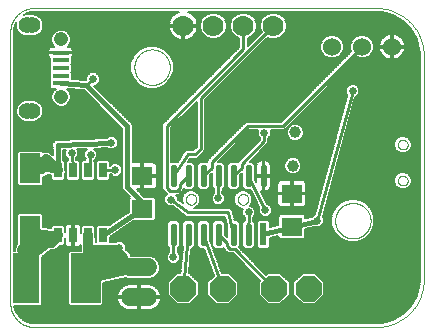
<source format=gbl>
G75*
%MOIN*%
%OFA0B0*%
%FSLAX25Y25*%
%IPPOS*%
%LPD*%
%AMOC8*
5,1,8,0,0,1.08239X$1,22.5*
%
%ADD10C,0.00000*%
%ADD11R,0.07087X0.06299*%
%ADD12R,0.06969X0.09843*%
%ADD13C,0.06000*%
%ADD14R,0.08661X0.16535*%
%ADD15R,0.09843X0.16535*%
%ADD16OC8,0.08500*%
%ADD17C,0.06000*%
%ADD18C,0.07000*%
%ADD19R,0.02756X0.05118*%
%ADD20R,0.13386X0.09449*%
%ADD21OC8,0.05150*%
%ADD22R,0.05150X0.05150*%
%ADD23R,0.02323X0.07677*%
%ADD24C,0.01161*%
%ADD25R,0.05512X0.01575*%
%ADD26C,0.05600*%
%ADD27C,0.04756*%
%ADD28C,0.00600*%
%ADD29C,0.02578*%
%ADD30C,0.03169*%
%ADD31C,0.01600*%
%ADD32C,0.01000*%
%ADD33C,0.02000*%
%ADD34C,0.03200*%
%ADD35C,0.04000*%
%ADD36C,0.03937*%
D10*
X0025122Y0017048D02*
X0139295Y0017048D01*
X0139676Y0017053D01*
X0140056Y0017066D01*
X0140436Y0017089D01*
X0140815Y0017122D01*
X0141193Y0017163D01*
X0141570Y0017213D01*
X0141946Y0017273D01*
X0142321Y0017341D01*
X0142693Y0017419D01*
X0143064Y0017506D01*
X0143432Y0017601D01*
X0143798Y0017706D01*
X0144161Y0017819D01*
X0144522Y0017941D01*
X0144879Y0018071D01*
X0145233Y0018211D01*
X0145584Y0018358D01*
X0145931Y0018515D01*
X0146274Y0018679D01*
X0146613Y0018852D01*
X0146948Y0019033D01*
X0147279Y0019222D01*
X0147604Y0019419D01*
X0147925Y0019623D01*
X0148241Y0019836D01*
X0148551Y0020056D01*
X0148857Y0020283D01*
X0149156Y0020518D01*
X0149450Y0020760D01*
X0149738Y0021008D01*
X0150020Y0021264D01*
X0150295Y0021527D01*
X0150564Y0021796D01*
X0150827Y0022071D01*
X0151083Y0022353D01*
X0151331Y0022641D01*
X0151573Y0022935D01*
X0151808Y0023234D01*
X0152035Y0023540D01*
X0152255Y0023850D01*
X0152468Y0024166D01*
X0152672Y0024487D01*
X0152869Y0024812D01*
X0153058Y0025143D01*
X0153239Y0025478D01*
X0153412Y0025817D01*
X0153576Y0026160D01*
X0153733Y0026507D01*
X0153880Y0026858D01*
X0154020Y0027212D01*
X0154150Y0027569D01*
X0154272Y0027930D01*
X0154385Y0028293D01*
X0154490Y0028659D01*
X0154585Y0029027D01*
X0154672Y0029398D01*
X0154750Y0029770D01*
X0154818Y0030145D01*
X0154878Y0030521D01*
X0154928Y0030898D01*
X0154969Y0031276D01*
X0155002Y0031655D01*
X0155025Y0032035D01*
X0155038Y0032415D01*
X0155043Y0032796D01*
X0155043Y0107599D01*
X0155038Y0107980D01*
X0155025Y0108360D01*
X0155002Y0108740D01*
X0154969Y0109119D01*
X0154928Y0109497D01*
X0154878Y0109874D01*
X0154818Y0110250D01*
X0154750Y0110625D01*
X0154672Y0110997D01*
X0154585Y0111368D01*
X0154490Y0111736D01*
X0154385Y0112102D01*
X0154272Y0112465D01*
X0154150Y0112826D01*
X0154020Y0113183D01*
X0153880Y0113537D01*
X0153733Y0113888D01*
X0153576Y0114235D01*
X0153412Y0114578D01*
X0153239Y0114917D01*
X0153058Y0115252D01*
X0152869Y0115583D01*
X0152672Y0115908D01*
X0152468Y0116229D01*
X0152255Y0116545D01*
X0152035Y0116855D01*
X0151808Y0117161D01*
X0151573Y0117460D01*
X0151331Y0117754D01*
X0151083Y0118042D01*
X0150827Y0118324D01*
X0150564Y0118599D01*
X0150295Y0118868D01*
X0150020Y0119131D01*
X0149738Y0119387D01*
X0149450Y0119635D01*
X0149156Y0119877D01*
X0148857Y0120112D01*
X0148551Y0120339D01*
X0148241Y0120559D01*
X0147925Y0120772D01*
X0147604Y0120976D01*
X0147279Y0121173D01*
X0146948Y0121362D01*
X0146613Y0121543D01*
X0146274Y0121716D01*
X0145931Y0121880D01*
X0145584Y0122037D01*
X0145233Y0122184D01*
X0144879Y0122324D01*
X0144522Y0122454D01*
X0144161Y0122576D01*
X0143798Y0122689D01*
X0143432Y0122794D01*
X0143064Y0122889D01*
X0142693Y0122976D01*
X0142321Y0123054D01*
X0141946Y0123122D01*
X0141570Y0123182D01*
X0141193Y0123232D01*
X0140815Y0123273D01*
X0140436Y0123306D01*
X0140056Y0123329D01*
X0139676Y0123342D01*
X0139295Y0123347D01*
X0025122Y0123347D01*
X0024932Y0123345D01*
X0024742Y0123338D01*
X0024552Y0123326D01*
X0024362Y0123310D01*
X0024173Y0123290D01*
X0023984Y0123264D01*
X0023796Y0123235D01*
X0023609Y0123200D01*
X0023423Y0123161D01*
X0023238Y0123118D01*
X0023053Y0123070D01*
X0022870Y0123018D01*
X0022689Y0122962D01*
X0022509Y0122901D01*
X0022330Y0122835D01*
X0022153Y0122766D01*
X0021977Y0122692D01*
X0021804Y0122614D01*
X0021632Y0122531D01*
X0021463Y0122445D01*
X0021295Y0122355D01*
X0021130Y0122260D01*
X0020967Y0122162D01*
X0020807Y0122059D01*
X0020649Y0121953D01*
X0020494Y0121843D01*
X0020341Y0121730D01*
X0020191Y0121612D01*
X0020045Y0121491D01*
X0019901Y0121367D01*
X0019760Y0121239D01*
X0019622Y0121108D01*
X0019487Y0120973D01*
X0019356Y0120835D01*
X0019228Y0120694D01*
X0019104Y0120550D01*
X0018983Y0120404D01*
X0018865Y0120254D01*
X0018752Y0120101D01*
X0018642Y0119946D01*
X0018536Y0119788D01*
X0018433Y0119628D01*
X0018335Y0119465D01*
X0018240Y0119300D01*
X0018150Y0119132D01*
X0018064Y0118963D01*
X0017981Y0118791D01*
X0017903Y0118618D01*
X0017829Y0118442D01*
X0017760Y0118265D01*
X0017694Y0118086D01*
X0017633Y0117906D01*
X0017577Y0117725D01*
X0017525Y0117542D01*
X0017477Y0117357D01*
X0017434Y0117172D01*
X0017395Y0116986D01*
X0017360Y0116799D01*
X0017331Y0116611D01*
X0017305Y0116422D01*
X0017285Y0116233D01*
X0017269Y0116043D01*
X0017257Y0115853D01*
X0017250Y0115663D01*
X0017248Y0115473D01*
X0017248Y0024922D01*
X0017250Y0024732D01*
X0017257Y0024542D01*
X0017269Y0024352D01*
X0017285Y0024162D01*
X0017305Y0023973D01*
X0017331Y0023784D01*
X0017360Y0023596D01*
X0017395Y0023409D01*
X0017434Y0023223D01*
X0017477Y0023038D01*
X0017525Y0022853D01*
X0017577Y0022670D01*
X0017633Y0022489D01*
X0017694Y0022309D01*
X0017760Y0022130D01*
X0017829Y0021953D01*
X0017903Y0021777D01*
X0017981Y0021604D01*
X0018064Y0021432D01*
X0018150Y0021263D01*
X0018240Y0021095D01*
X0018335Y0020930D01*
X0018433Y0020767D01*
X0018536Y0020607D01*
X0018642Y0020449D01*
X0018752Y0020294D01*
X0018865Y0020141D01*
X0018983Y0019991D01*
X0019104Y0019845D01*
X0019228Y0019701D01*
X0019356Y0019560D01*
X0019487Y0019422D01*
X0019622Y0019287D01*
X0019760Y0019156D01*
X0019901Y0019028D01*
X0020045Y0018904D01*
X0020191Y0018783D01*
X0020341Y0018665D01*
X0020494Y0018552D01*
X0020649Y0018442D01*
X0020807Y0018336D01*
X0020967Y0018233D01*
X0021130Y0018135D01*
X0021295Y0018040D01*
X0021463Y0017950D01*
X0021632Y0017864D01*
X0021804Y0017781D01*
X0021977Y0017703D01*
X0022153Y0017629D01*
X0022330Y0017560D01*
X0022509Y0017494D01*
X0022689Y0017433D01*
X0022870Y0017377D01*
X0023053Y0017325D01*
X0023238Y0017277D01*
X0023423Y0017234D01*
X0023609Y0017195D01*
X0023796Y0017160D01*
X0023984Y0017131D01*
X0024173Y0017105D01*
X0024362Y0017085D01*
X0024552Y0017069D01*
X0024742Y0017057D01*
X0024932Y0017050D01*
X0025122Y0017048D01*
X0075712Y0059585D02*
X0075714Y0059669D01*
X0075720Y0059752D01*
X0075730Y0059835D01*
X0075744Y0059918D01*
X0075761Y0060000D01*
X0075783Y0060081D01*
X0075808Y0060160D01*
X0075837Y0060239D01*
X0075870Y0060316D01*
X0075906Y0060391D01*
X0075946Y0060465D01*
X0075989Y0060537D01*
X0076036Y0060606D01*
X0076086Y0060673D01*
X0076139Y0060738D01*
X0076195Y0060800D01*
X0076253Y0060860D01*
X0076315Y0060917D01*
X0076379Y0060970D01*
X0076446Y0061021D01*
X0076515Y0061068D01*
X0076586Y0061113D01*
X0076659Y0061153D01*
X0076734Y0061190D01*
X0076811Y0061224D01*
X0076889Y0061254D01*
X0076968Y0061280D01*
X0077049Y0061303D01*
X0077131Y0061321D01*
X0077213Y0061336D01*
X0077296Y0061347D01*
X0077379Y0061354D01*
X0077463Y0061357D01*
X0077547Y0061356D01*
X0077630Y0061351D01*
X0077714Y0061342D01*
X0077796Y0061329D01*
X0077878Y0061313D01*
X0077959Y0061292D01*
X0078040Y0061268D01*
X0078118Y0061240D01*
X0078196Y0061208D01*
X0078272Y0061172D01*
X0078346Y0061133D01*
X0078418Y0061091D01*
X0078488Y0061045D01*
X0078556Y0060996D01*
X0078621Y0060944D01*
X0078684Y0060889D01*
X0078744Y0060831D01*
X0078802Y0060770D01*
X0078856Y0060706D01*
X0078908Y0060640D01*
X0078956Y0060572D01*
X0079001Y0060501D01*
X0079042Y0060428D01*
X0079081Y0060354D01*
X0079115Y0060278D01*
X0079146Y0060200D01*
X0079173Y0060121D01*
X0079197Y0060040D01*
X0079216Y0059959D01*
X0079232Y0059877D01*
X0079244Y0059794D01*
X0079252Y0059710D01*
X0079256Y0059627D01*
X0079256Y0059543D01*
X0079252Y0059460D01*
X0079244Y0059376D01*
X0079232Y0059293D01*
X0079216Y0059211D01*
X0079197Y0059130D01*
X0079173Y0059049D01*
X0079146Y0058970D01*
X0079115Y0058892D01*
X0079081Y0058816D01*
X0079042Y0058742D01*
X0079001Y0058669D01*
X0078956Y0058598D01*
X0078908Y0058530D01*
X0078856Y0058464D01*
X0078802Y0058400D01*
X0078744Y0058339D01*
X0078684Y0058281D01*
X0078621Y0058226D01*
X0078556Y0058174D01*
X0078488Y0058125D01*
X0078418Y0058079D01*
X0078346Y0058037D01*
X0078272Y0057998D01*
X0078196Y0057962D01*
X0078118Y0057930D01*
X0078040Y0057902D01*
X0077959Y0057878D01*
X0077878Y0057857D01*
X0077796Y0057841D01*
X0077714Y0057828D01*
X0077630Y0057819D01*
X0077547Y0057814D01*
X0077463Y0057813D01*
X0077379Y0057816D01*
X0077296Y0057823D01*
X0077213Y0057834D01*
X0077131Y0057849D01*
X0077049Y0057867D01*
X0076968Y0057890D01*
X0076889Y0057916D01*
X0076811Y0057946D01*
X0076734Y0057980D01*
X0076659Y0058017D01*
X0076586Y0058057D01*
X0076515Y0058102D01*
X0076446Y0058149D01*
X0076379Y0058200D01*
X0076315Y0058253D01*
X0076253Y0058310D01*
X0076195Y0058370D01*
X0076139Y0058432D01*
X0076086Y0058497D01*
X0076036Y0058564D01*
X0075989Y0058633D01*
X0075946Y0058705D01*
X0075906Y0058779D01*
X0075870Y0058854D01*
X0075837Y0058931D01*
X0075808Y0059010D01*
X0075783Y0059089D01*
X0075761Y0059170D01*
X0075744Y0059252D01*
X0075730Y0059335D01*
X0075720Y0059418D01*
X0075714Y0059501D01*
X0075712Y0059585D01*
X0093035Y0059587D02*
X0093037Y0059671D01*
X0093043Y0059754D01*
X0093053Y0059837D01*
X0093067Y0059920D01*
X0093084Y0060002D01*
X0093106Y0060083D01*
X0093131Y0060162D01*
X0093160Y0060241D01*
X0093193Y0060318D01*
X0093229Y0060393D01*
X0093269Y0060467D01*
X0093312Y0060539D01*
X0093359Y0060608D01*
X0093409Y0060675D01*
X0093462Y0060740D01*
X0093518Y0060802D01*
X0093576Y0060862D01*
X0093638Y0060919D01*
X0093702Y0060972D01*
X0093769Y0061023D01*
X0093838Y0061070D01*
X0093909Y0061115D01*
X0093982Y0061155D01*
X0094057Y0061192D01*
X0094134Y0061226D01*
X0094212Y0061256D01*
X0094291Y0061282D01*
X0094372Y0061305D01*
X0094454Y0061323D01*
X0094536Y0061338D01*
X0094619Y0061349D01*
X0094702Y0061356D01*
X0094786Y0061359D01*
X0094870Y0061358D01*
X0094953Y0061353D01*
X0095037Y0061344D01*
X0095119Y0061331D01*
X0095201Y0061315D01*
X0095282Y0061294D01*
X0095363Y0061270D01*
X0095441Y0061242D01*
X0095519Y0061210D01*
X0095595Y0061174D01*
X0095669Y0061135D01*
X0095741Y0061093D01*
X0095811Y0061047D01*
X0095879Y0060998D01*
X0095944Y0060946D01*
X0096007Y0060891D01*
X0096067Y0060833D01*
X0096125Y0060772D01*
X0096179Y0060708D01*
X0096231Y0060642D01*
X0096279Y0060574D01*
X0096324Y0060503D01*
X0096365Y0060430D01*
X0096404Y0060356D01*
X0096438Y0060280D01*
X0096469Y0060202D01*
X0096496Y0060123D01*
X0096520Y0060042D01*
X0096539Y0059961D01*
X0096555Y0059879D01*
X0096567Y0059796D01*
X0096575Y0059712D01*
X0096579Y0059629D01*
X0096579Y0059545D01*
X0096575Y0059462D01*
X0096567Y0059378D01*
X0096555Y0059295D01*
X0096539Y0059213D01*
X0096520Y0059132D01*
X0096496Y0059051D01*
X0096469Y0058972D01*
X0096438Y0058894D01*
X0096404Y0058818D01*
X0096365Y0058744D01*
X0096324Y0058671D01*
X0096279Y0058600D01*
X0096231Y0058532D01*
X0096179Y0058466D01*
X0096125Y0058402D01*
X0096067Y0058341D01*
X0096007Y0058283D01*
X0095944Y0058228D01*
X0095879Y0058176D01*
X0095811Y0058127D01*
X0095741Y0058081D01*
X0095669Y0058039D01*
X0095595Y0058000D01*
X0095519Y0057964D01*
X0095441Y0057932D01*
X0095363Y0057904D01*
X0095282Y0057880D01*
X0095201Y0057859D01*
X0095119Y0057843D01*
X0095037Y0057830D01*
X0094953Y0057821D01*
X0094870Y0057816D01*
X0094786Y0057815D01*
X0094702Y0057818D01*
X0094619Y0057825D01*
X0094536Y0057836D01*
X0094454Y0057851D01*
X0094372Y0057869D01*
X0094291Y0057892D01*
X0094212Y0057918D01*
X0094134Y0057948D01*
X0094057Y0057982D01*
X0093982Y0058019D01*
X0093909Y0058059D01*
X0093838Y0058104D01*
X0093769Y0058151D01*
X0093702Y0058202D01*
X0093638Y0058255D01*
X0093576Y0058312D01*
X0093518Y0058372D01*
X0093462Y0058434D01*
X0093409Y0058499D01*
X0093359Y0058566D01*
X0093312Y0058635D01*
X0093269Y0058707D01*
X0093229Y0058781D01*
X0093193Y0058856D01*
X0093160Y0058933D01*
X0093131Y0059012D01*
X0093106Y0059091D01*
X0093084Y0059172D01*
X0093067Y0059254D01*
X0093053Y0059337D01*
X0093043Y0059420D01*
X0093037Y0059503D01*
X0093035Y0059587D01*
X0125515Y0052481D02*
X0125517Y0052634D01*
X0125523Y0052788D01*
X0125533Y0052941D01*
X0125547Y0053093D01*
X0125565Y0053246D01*
X0125587Y0053397D01*
X0125612Y0053548D01*
X0125642Y0053699D01*
X0125676Y0053849D01*
X0125713Y0053997D01*
X0125754Y0054145D01*
X0125799Y0054291D01*
X0125848Y0054437D01*
X0125901Y0054581D01*
X0125957Y0054723D01*
X0126017Y0054864D01*
X0126081Y0055004D01*
X0126148Y0055142D01*
X0126219Y0055278D01*
X0126294Y0055412D01*
X0126371Y0055544D01*
X0126453Y0055674D01*
X0126537Y0055802D01*
X0126625Y0055928D01*
X0126716Y0056051D01*
X0126810Y0056172D01*
X0126908Y0056290D01*
X0127008Y0056406D01*
X0127112Y0056519D01*
X0127218Y0056630D01*
X0127327Y0056738D01*
X0127439Y0056843D01*
X0127553Y0056944D01*
X0127671Y0057043D01*
X0127790Y0057139D01*
X0127912Y0057232D01*
X0128037Y0057321D01*
X0128164Y0057408D01*
X0128293Y0057490D01*
X0128424Y0057570D01*
X0128557Y0057646D01*
X0128692Y0057719D01*
X0128829Y0057788D01*
X0128968Y0057853D01*
X0129108Y0057915D01*
X0129250Y0057973D01*
X0129393Y0058028D01*
X0129538Y0058079D01*
X0129684Y0058126D01*
X0129831Y0058169D01*
X0129979Y0058208D01*
X0130128Y0058244D01*
X0130278Y0058275D01*
X0130429Y0058303D01*
X0130580Y0058327D01*
X0130733Y0058347D01*
X0130885Y0058363D01*
X0131038Y0058375D01*
X0131191Y0058383D01*
X0131344Y0058387D01*
X0131498Y0058387D01*
X0131651Y0058383D01*
X0131804Y0058375D01*
X0131957Y0058363D01*
X0132109Y0058347D01*
X0132262Y0058327D01*
X0132413Y0058303D01*
X0132564Y0058275D01*
X0132714Y0058244D01*
X0132863Y0058208D01*
X0133011Y0058169D01*
X0133158Y0058126D01*
X0133304Y0058079D01*
X0133449Y0058028D01*
X0133592Y0057973D01*
X0133734Y0057915D01*
X0133874Y0057853D01*
X0134013Y0057788D01*
X0134150Y0057719D01*
X0134285Y0057646D01*
X0134418Y0057570D01*
X0134549Y0057490D01*
X0134678Y0057408D01*
X0134805Y0057321D01*
X0134930Y0057232D01*
X0135052Y0057139D01*
X0135171Y0057043D01*
X0135289Y0056944D01*
X0135403Y0056843D01*
X0135515Y0056738D01*
X0135624Y0056630D01*
X0135730Y0056519D01*
X0135834Y0056406D01*
X0135934Y0056290D01*
X0136032Y0056172D01*
X0136126Y0056051D01*
X0136217Y0055928D01*
X0136305Y0055802D01*
X0136389Y0055674D01*
X0136471Y0055544D01*
X0136548Y0055412D01*
X0136623Y0055278D01*
X0136694Y0055142D01*
X0136761Y0055004D01*
X0136825Y0054864D01*
X0136885Y0054723D01*
X0136941Y0054581D01*
X0136994Y0054437D01*
X0137043Y0054291D01*
X0137088Y0054145D01*
X0137129Y0053997D01*
X0137166Y0053849D01*
X0137200Y0053699D01*
X0137230Y0053548D01*
X0137255Y0053397D01*
X0137277Y0053246D01*
X0137295Y0053093D01*
X0137309Y0052941D01*
X0137319Y0052788D01*
X0137325Y0052634D01*
X0137327Y0052481D01*
X0137325Y0052328D01*
X0137319Y0052174D01*
X0137309Y0052021D01*
X0137295Y0051869D01*
X0137277Y0051716D01*
X0137255Y0051565D01*
X0137230Y0051414D01*
X0137200Y0051263D01*
X0137166Y0051113D01*
X0137129Y0050965D01*
X0137088Y0050817D01*
X0137043Y0050671D01*
X0136994Y0050525D01*
X0136941Y0050381D01*
X0136885Y0050239D01*
X0136825Y0050098D01*
X0136761Y0049958D01*
X0136694Y0049820D01*
X0136623Y0049684D01*
X0136548Y0049550D01*
X0136471Y0049418D01*
X0136389Y0049288D01*
X0136305Y0049160D01*
X0136217Y0049034D01*
X0136126Y0048911D01*
X0136032Y0048790D01*
X0135934Y0048672D01*
X0135834Y0048556D01*
X0135730Y0048443D01*
X0135624Y0048332D01*
X0135515Y0048224D01*
X0135403Y0048119D01*
X0135289Y0048018D01*
X0135171Y0047919D01*
X0135052Y0047823D01*
X0134930Y0047730D01*
X0134805Y0047641D01*
X0134678Y0047554D01*
X0134549Y0047472D01*
X0134418Y0047392D01*
X0134285Y0047316D01*
X0134150Y0047243D01*
X0134013Y0047174D01*
X0133874Y0047109D01*
X0133734Y0047047D01*
X0133592Y0046989D01*
X0133449Y0046934D01*
X0133304Y0046883D01*
X0133158Y0046836D01*
X0133011Y0046793D01*
X0132863Y0046754D01*
X0132714Y0046718D01*
X0132564Y0046687D01*
X0132413Y0046659D01*
X0132262Y0046635D01*
X0132109Y0046615D01*
X0131957Y0046599D01*
X0131804Y0046587D01*
X0131651Y0046579D01*
X0131498Y0046575D01*
X0131344Y0046575D01*
X0131191Y0046579D01*
X0131038Y0046587D01*
X0130885Y0046599D01*
X0130733Y0046615D01*
X0130580Y0046635D01*
X0130429Y0046659D01*
X0130278Y0046687D01*
X0130128Y0046718D01*
X0129979Y0046754D01*
X0129831Y0046793D01*
X0129684Y0046836D01*
X0129538Y0046883D01*
X0129393Y0046934D01*
X0129250Y0046989D01*
X0129108Y0047047D01*
X0128968Y0047109D01*
X0128829Y0047174D01*
X0128692Y0047243D01*
X0128557Y0047316D01*
X0128424Y0047392D01*
X0128293Y0047472D01*
X0128164Y0047554D01*
X0128037Y0047641D01*
X0127912Y0047730D01*
X0127790Y0047823D01*
X0127671Y0047919D01*
X0127553Y0048018D01*
X0127439Y0048119D01*
X0127327Y0048224D01*
X0127218Y0048332D01*
X0127112Y0048443D01*
X0127008Y0048556D01*
X0126908Y0048672D01*
X0126810Y0048790D01*
X0126716Y0048911D01*
X0126625Y0049034D01*
X0126537Y0049160D01*
X0126453Y0049288D01*
X0126371Y0049418D01*
X0126294Y0049550D01*
X0126219Y0049684D01*
X0126148Y0049820D01*
X0126081Y0049958D01*
X0126017Y0050098D01*
X0125957Y0050239D01*
X0125901Y0050381D01*
X0125848Y0050525D01*
X0125799Y0050671D01*
X0125754Y0050817D01*
X0125713Y0050965D01*
X0125676Y0051113D01*
X0125642Y0051263D01*
X0125612Y0051414D01*
X0125587Y0051565D01*
X0125565Y0051716D01*
X0125547Y0051869D01*
X0125533Y0052021D01*
X0125523Y0052174D01*
X0125517Y0052328D01*
X0125515Y0052481D01*
X0146475Y0065851D02*
X0146477Y0065931D01*
X0146483Y0066010D01*
X0146493Y0066089D01*
X0146507Y0066168D01*
X0146524Y0066246D01*
X0146546Y0066323D01*
X0146571Y0066398D01*
X0146601Y0066472D01*
X0146633Y0066545D01*
X0146670Y0066616D01*
X0146710Y0066685D01*
X0146753Y0066752D01*
X0146800Y0066817D01*
X0146849Y0066879D01*
X0146902Y0066939D01*
X0146958Y0066996D01*
X0147016Y0067051D01*
X0147077Y0067102D01*
X0147141Y0067150D01*
X0147207Y0067195D01*
X0147275Y0067237D01*
X0147345Y0067275D01*
X0147417Y0067309D01*
X0147490Y0067340D01*
X0147565Y0067368D01*
X0147642Y0067391D01*
X0147719Y0067411D01*
X0147797Y0067427D01*
X0147876Y0067439D01*
X0147955Y0067447D01*
X0148035Y0067451D01*
X0148115Y0067451D01*
X0148195Y0067447D01*
X0148274Y0067439D01*
X0148353Y0067427D01*
X0148431Y0067411D01*
X0148508Y0067391D01*
X0148585Y0067368D01*
X0148660Y0067340D01*
X0148733Y0067309D01*
X0148805Y0067275D01*
X0148875Y0067237D01*
X0148943Y0067195D01*
X0149009Y0067150D01*
X0149073Y0067102D01*
X0149134Y0067051D01*
X0149192Y0066996D01*
X0149248Y0066939D01*
X0149301Y0066879D01*
X0149350Y0066817D01*
X0149397Y0066752D01*
X0149440Y0066685D01*
X0149480Y0066616D01*
X0149517Y0066545D01*
X0149549Y0066472D01*
X0149579Y0066398D01*
X0149604Y0066323D01*
X0149626Y0066246D01*
X0149643Y0066168D01*
X0149657Y0066089D01*
X0149667Y0066010D01*
X0149673Y0065931D01*
X0149675Y0065851D01*
X0149673Y0065771D01*
X0149667Y0065692D01*
X0149657Y0065613D01*
X0149643Y0065534D01*
X0149626Y0065456D01*
X0149604Y0065379D01*
X0149579Y0065304D01*
X0149549Y0065230D01*
X0149517Y0065157D01*
X0149480Y0065086D01*
X0149440Y0065017D01*
X0149397Y0064950D01*
X0149350Y0064885D01*
X0149301Y0064823D01*
X0149248Y0064763D01*
X0149192Y0064706D01*
X0149134Y0064651D01*
X0149073Y0064600D01*
X0149009Y0064552D01*
X0148943Y0064507D01*
X0148875Y0064465D01*
X0148805Y0064427D01*
X0148733Y0064393D01*
X0148660Y0064362D01*
X0148585Y0064334D01*
X0148508Y0064311D01*
X0148431Y0064291D01*
X0148353Y0064275D01*
X0148274Y0064263D01*
X0148195Y0064255D01*
X0148115Y0064251D01*
X0148035Y0064251D01*
X0147955Y0064255D01*
X0147876Y0064263D01*
X0147797Y0064275D01*
X0147719Y0064291D01*
X0147642Y0064311D01*
X0147565Y0064334D01*
X0147490Y0064362D01*
X0147417Y0064393D01*
X0147345Y0064427D01*
X0147275Y0064465D01*
X0147207Y0064507D01*
X0147141Y0064552D01*
X0147077Y0064600D01*
X0147016Y0064651D01*
X0146958Y0064706D01*
X0146902Y0064763D01*
X0146849Y0064823D01*
X0146800Y0064885D01*
X0146753Y0064950D01*
X0146710Y0065017D01*
X0146670Y0065086D01*
X0146633Y0065157D01*
X0146601Y0065230D01*
X0146571Y0065304D01*
X0146546Y0065379D01*
X0146524Y0065456D01*
X0146507Y0065534D01*
X0146493Y0065613D01*
X0146483Y0065692D01*
X0146477Y0065771D01*
X0146475Y0065851D01*
X0146475Y0077851D02*
X0146477Y0077931D01*
X0146483Y0078010D01*
X0146493Y0078089D01*
X0146507Y0078168D01*
X0146524Y0078246D01*
X0146546Y0078323D01*
X0146571Y0078398D01*
X0146601Y0078472D01*
X0146633Y0078545D01*
X0146670Y0078616D01*
X0146710Y0078685D01*
X0146753Y0078752D01*
X0146800Y0078817D01*
X0146849Y0078879D01*
X0146902Y0078939D01*
X0146958Y0078996D01*
X0147016Y0079051D01*
X0147077Y0079102D01*
X0147141Y0079150D01*
X0147207Y0079195D01*
X0147275Y0079237D01*
X0147345Y0079275D01*
X0147417Y0079309D01*
X0147490Y0079340D01*
X0147565Y0079368D01*
X0147642Y0079391D01*
X0147719Y0079411D01*
X0147797Y0079427D01*
X0147876Y0079439D01*
X0147955Y0079447D01*
X0148035Y0079451D01*
X0148115Y0079451D01*
X0148195Y0079447D01*
X0148274Y0079439D01*
X0148353Y0079427D01*
X0148431Y0079411D01*
X0148508Y0079391D01*
X0148585Y0079368D01*
X0148660Y0079340D01*
X0148733Y0079309D01*
X0148805Y0079275D01*
X0148875Y0079237D01*
X0148943Y0079195D01*
X0149009Y0079150D01*
X0149073Y0079102D01*
X0149134Y0079051D01*
X0149192Y0078996D01*
X0149248Y0078939D01*
X0149301Y0078879D01*
X0149350Y0078817D01*
X0149397Y0078752D01*
X0149440Y0078685D01*
X0149480Y0078616D01*
X0149517Y0078545D01*
X0149549Y0078472D01*
X0149579Y0078398D01*
X0149604Y0078323D01*
X0149626Y0078246D01*
X0149643Y0078168D01*
X0149657Y0078089D01*
X0149667Y0078010D01*
X0149673Y0077931D01*
X0149675Y0077851D01*
X0149673Y0077771D01*
X0149667Y0077692D01*
X0149657Y0077613D01*
X0149643Y0077534D01*
X0149626Y0077456D01*
X0149604Y0077379D01*
X0149579Y0077304D01*
X0149549Y0077230D01*
X0149517Y0077157D01*
X0149480Y0077086D01*
X0149440Y0077017D01*
X0149397Y0076950D01*
X0149350Y0076885D01*
X0149301Y0076823D01*
X0149248Y0076763D01*
X0149192Y0076706D01*
X0149134Y0076651D01*
X0149073Y0076600D01*
X0149009Y0076552D01*
X0148943Y0076507D01*
X0148875Y0076465D01*
X0148805Y0076427D01*
X0148733Y0076393D01*
X0148660Y0076362D01*
X0148585Y0076334D01*
X0148508Y0076311D01*
X0148431Y0076291D01*
X0148353Y0076275D01*
X0148274Y0076263D01*
X0148195Y0076255D01*
X0148115Y0076251D01*
X0148035Y0076251D01*
X0147955Y0076255D01*
X0147876Y0076263D01*
X0147797Y0076275D01*
X0147719Y0076291D01*
X0147642Y0076311D01*
X0147565Y0076334D01*
X0147490Y0076362D01*
X0147417Y0076393D01*
X0147345Y0076427D01*
X0147275Y0076465D01*
X0147207Y0076507D01*
X0147141Y0076552D01*
X0147077Y0076600D01*
X0147016Y0076651D01*
X0146958Y0076706D01*
X0146902Y0076763D01*
X0146849Y0076823D01*
X0146800Y0076885D01*
X0146753Y0076950D01*
X0146710Y0077017D01*
X0146670Y0077086D01*
X0146633Y0077157D01*
X0146601Y0077230D01*
X0146571Y0077304D01*
X0146546Y0077379D01*
X0146524Y0077456D01*
X0146507Y0077534D01*
X0146493Y0077613D01*
X0146483Y0077692D01*
X0146477Y0077771D01*
X0146475Y0077851D01*
X0058586Y0103662D02*
X0058588Y0103815D01*
X0058594Y0103969D01*
X0058604Y0104122D01*
X0058618Y0104274D01*
X0058636Y0104427D01*
X0058658Y0104578D01*
X0058683Y0104729D01*
X0058713Y0104880D01*
X0058747Y0105030D01*
X0058784Y0105178D01*
X0058825Y0105326D01*
X0058870Y0105472D01*
X0058919Y0105618D01*
X0058972Y0105762D01*
X0059028Y0105904D01*
X0059088Y0106045D01*
X0059152Y0106185D01*
X0059219Y0106323D01*
X0059290Y0106459D01*
X0059365Y0106593D01*
X0059442Y0106725D01*
X0059524Y0106855D01*
X0059608Y0106983D01*
X0059696Y0107109D01*
X0059787Y0107232D01*
X0059881Y0107353D01*
X0059979Y0107471D01*
X0060079Y0107587D01*
X0060183Y0107700D01*
X0060289Y0107811D01*
X0060398Y0107919D01*
X0060510Y0108024D01*
X0060624Y0108125D01*
X0060742Y0108224D01*
X0060861Y0108320D01*
X0060983Y0108413D01*
X0061108Y0108502D01*
X0061235Y0108589D01*
X0061364Y0108671D01*
X0061495Y0108751D01*
X0061628Y0108827D01*
X0061763Y0108900D01*
X0061900Y0108969D01*
X0062039Y0109034D01*
X0062179Y0109096D01*
X0062321Y0109154D01*
X0062464Y0109209D01*
X0062609Y0109260D01*
X0062755Y0109307D01*
X0062902Y0109350D01*
X0063050Y0109389D01*
X0063199Y0109425D01*
X0063349Y0109456D01*
X0063500Y0109484D01*
X0063651Y0109508D01*
X0063804Y0109528D01*
X0063956Y0109544D01*
X0064109Y0109556D01*
X0064262Y0109564D01*
X0064415Y0109568D01*
X0064569Y0109568D01*
X0064722Y0109564D01*
X0064875Y0109556D01*
X0065028Y0109544D01*
X0065180Y0109528D01*
X0065333Y0109508D01*
X0065484Y0109484D01*
X0065635Y0109456D01*
X0065785Y0109425D01*
X0065934Y0109389D01*
X0066082Y0109350D01*
X0066229Y0109307D01*
X0066375Y0109260D01*
X0066520Y0109209D01*
X0066663Y0109154D01*
X0066805Y0109096D01*
X0066945Y0109034D01*
X0067084Y0108969D01*
X0067221Y0108900D01*
X0067356Y0108827D01*
X0067489Y0108751D01*
X0067620Y0108671D01*
X0067749Y0108589D01*
X0067876Y0108502D01*
X0068001Y0108413D01*
X0068123Y0108320D01*
X0068242Y0108224D01*
X0068360Y0108125D01*
X0068474Y0108024D01*
X0068586Y0107919D01*
X0068695Y0107811D01*
X0068801Y0107700D01*
X0068905Y0107587D01*
X0069005Y0107471D01*
X0069103Y0107353D01*
X0069197Y0107232D01*
X0069288Y0107109D01*
X0069376Y0106983D01*
X0069460Y0106855D01*
X0069542Y0106725D01*
X0069619Y0106593D01*
X0069694Y0106459D01*
X0069765Y0106323D01*
X0069832Y0106185D01*
X0069896Y0106045D01*
X0069956Y0105904D01*
X0070012Y0105762D01*
X0070065Y0105618D01*
X0070114Y0105472D01*
X0070159Y0105326D01*
X0070200Y0105178D01*
X0070237Y0105030D01*
X0070271Y0104880D01*
X0070301Y0104729D01*
X0070326Y0104578D01*
X0070348Y0104427D01*
X0070366Y0104274D01*
X0070380Y0104122D01*
X0070390Y0103969D01*
X0070396Y0103815D01*
X0070398Y0103662D01*
X0070396Y0103509D01*
X0070390Y0103355D01*
X0070380Y0103202D01*
X0070366Y0103050D01*
X0070348Y0102897D01*
X0070326Y0102746D01*
X0070301Y0102595D01*
X0070271Y0102444D01*
X0070237Y0102294D01*
X0070200Y0102146D01*
X0070159Y0101998D01*
X0070114Y0101852D01*
X0070065Y0101706D01*
X0070012Y0101562D01*
X0069956Y0101420D01*
X0069896Y0101279D01*
X0069832Y0101139D01*
X0069765Y0101001D01*
X0069694Y0100865D01*
X0069619Y0100731D01*
X0069542Y0100599D01*
X0069460Y0100469D01*
X0069376Y0100341D01*
X0069288Y0100215D01*
X0069197Y0100092D01*
X0069103Y0099971D01*
X0069005Y0099853D01*
X0068905Y0099737D01*
X0068801Y0099624D01*
X0068695Y0099513D01*
X0068586Y0099405D01*
X0068474Y0099300D01*
X0068360Y0099199D01*
X0068242Y0099100D01*
X0068123Y0099004D01*
X0068001Y0098911D01*
X0067876Y0098822D01*
X0067749Y0098735D01*
X0067620Y0098653D01*
X0067489Y0098573D01*
X0067356Y0098497D01*
X0067221Y0098424D01*
X0067084Y0098355D01*
X0066945Y0098290D01*
X0066805Y0098228D01*
X0066663Y0098170D01*
X0066520Y0098115D01*
X0066375Y0098064D01*
X0066229Y0098017D01*
X0066082Y0097974D01*
X0065934Y0097935D01*
X0065785Y0097899D01*
X0065635Y0097868D01*
X0065484Y0097840D01*
X0065333Y0097816D01*
X0065180Y0097796D01*
X0065028Y0097780D01*
X0064875Y0097768D01*
X0064722Y0097760D01*
X0064569Y0097756D01*
X0064415Y0097756D01*
X0064262Y0097760D01*
X0064109Y0097768D01*
X0063956Y0097780D01*
X0063804Y0097796D01*
X0063651Y0097816D01*
X0063500Y0097840D01*
X0063349Y0097868D01*
X0063199Y0097899D01*
X0063050Y0097935D01*
X0062902Y0097974D01*
X0062755Y0098017D01*
X0062609Y0098064D01*
X0062464Y0098115D01*
X0062321Y0098170D01*
X0062179Y0098228D01*
X0062039Y0098290D01*
X0061900Y0098355D01*
X0061763Y0098424D01*
X0061628Y0098497D01*
X0061495Y0098573D01*
X0061364Y0098653D01*
X0061235Y0098735D01*
X0061108Y0098822D01*
X0060983Y0098911D01*
X0060861Y0099004D01*
X0060742Y0099100D01*
X0060624Y0099199D01*
X0060510Y0099300D01*
X0060398Y0099405D01*
X0060289Y0099513D01*
X0060183Y0099624D01*
X0060079Y0099737D01*
X0059979Y0099853D01*
X0059881Y0099971D01*
X0059787Y0100092D01*
X0059696Y0100215D01*
X0059608Y0100341D01*
X0059524Y0100469D01*
X0059442Y0100599D01*
X0059365Y0100731D01*
X0059290Y0100865D01*
X0059219Y0101001D01*
X0059152Y0101139D01*
X0059088Y0101279D01*
X0059028Y0101420D01*
X0058972Y0101562D01*
X0058919Y0101706D01*
X0058870Y0101852D01*
X0058825Y0101998D01*
X0058784Y0102146D01*
X0058747Y0102294D01*
X0058713Y0102444D01*
X0058683Y0102595D01*
X0058658Y0102746D01*
X0058636Y0102897D01*
X0058618Y0103050D01*
X0058604Y0103202D01*
X0058594Y0103355D01*
X0058588Y0103509D01*
X0058586Y0103662D01*
D11*
X0061224Y0067442D03*
X0061224Y0056418D03*
X0111067Y0061536D03*
X0111067Y0050513D03*
D12*
X0023862Y0049087D03*
X0023862Y0069891D03*
D13*
X0057122Y0036930D02*
X0063122Y0036930D01*
X0063122Y0026930D02*
X0057122Y0026930D01*
D14*
X0022626Y0033269D03*
D15*
X0042311Y0033269D03*
D16*
X0074846Y0029883D03*
X0088035Y0029883D03*
X0105161Y0029883D03*
X0116776Y0029883D03*
D17*
X0124492Y0110513D03*
X0134492Y0110513D03*
X0144492Y0110513D03*
D18*
X0104925Y0117481D03*
X0094925Y0117481D03*
X0084925Y0117481D03*
X0074925Y0117481D03*
D19*
X0048134Y0069253D03*
X0043134Y0069253D03*
X0038134Y0069253D03*
X0033134Y0069253D03*
X0033134Y0047599D03*
X0038134Y0047599D03*
X0043134Y0047599D03*
X0048134Y0047599D03*
D20*
X0040634Y0058426D03*
D21*
X0045268Y0060591D03*
X0045268Y0056261D03*
X0036000Y0056261D03*
X0036000Y0060591D03*
D22*
X0040634Y0060591D03*
X0040634Y0056261D03*
D23*
X0101618Y0047954D03*
D24*
X0097199Y0051212D02*
X0097199Y0044696D01*
X0096037Y0044696D01*
X0096037Y0051212D01*
X0097199Y0051212D01*
X0097199Y0045799D02*
X0096037Y0045799D01*
X0096037Y0046902D02*
X0097199Y0046902D01*
X0097199Y0048005D02*
X0096037Y0048005D01*
X0096037Y0049108D02*
X0097199Y0049108D01*
X0097199Y0050211D02*
X0096037Y0050211D01*
X0092199Y0051212D02*
X0092199Y0044696D01*
X0091037Y0044696D01*
X0091037Y0051212D01*
X0092199Y0051212D01*
X0092199Y0045799D02*
X0091037Y0045799D01*
X0091037Y0046902D02*
X0092199Y0046902D01*
X0092199Y0048005D02*
X0091037Y0048005D01*
X0091037Y0049108D02*
X0092199Y0049108D01*
X0092199Y0050211D02*
X0091037Y0050211D01*
X0087199Y0051212D02*
X0087199Y0044696D01*
X0086037Y0044696D01*
X0086037Y0051212D01*
X0087199Y0051212D01*
X0087199Y0045799D02*
X0086037Y0045799D01*
X0086037Y0046902D02*
X0087199Y0046902D01*
X0087199Y0048005D02*
X0086037Y0048005D01*
X0086037Y0049108D02*
X0087199Y0049108D01*
X0087199Y0050211D02*
X0086037Y0050211D01*
X0082199Y0051212D02*
X0082199Y0044696D01*
X0081037Y0044696D01*
X0081037Y0051212D01*
X0082199Y0051212D01*
X0082199Y0045799D02*
X0081037Y0045799D01*
X0081037Y0046902D02*
X0082199Y0046902D01*
X0082199Y0048005D02*
X0081037Y0048005D01*
X0081037Y0049108D02*
X0082199Y0049108D01*
X0082199Y0050211D02*
X0081037Y0050211D01*
X0077199Y0051212D02*
X0077199Y0044696D01*
X0076037Y0044696D01*
X0076037Y0051212D01*
X0077199Y0051212D01*
X0077199Y0045799D02*
X0076037Y0045799D01*
X0076037Y0046902D02*
X0077199Y0046902D01*
X0077199Y0048005D02*
X0076037Y0048005D01*
X0076037Y0049108D02*
X0077199Y0049108D01*
X0077199Y0050211D02*
X0076037Y0050211D01*
X0072199Y0051212D02*
X0072199Y0044696D01*
X0071037Y0044696D01*
X0071037Y0051212D01*
X0072199Y0051212D01*
X0072199Y0045799D02*
X0071037Y0045799D01*
X0071037Y0046902D02*
X0072199Y0046902D01*
X0072199Y0048005D02*
X0071037Y0048005D01*
X0071037Y0049108D02*
X0072199Y0049108D01*
X0072199Y0050211D02*
X0071037Y0050211D01*
X0072199Y0064223D02*
X0072199Y0070739D01*
X0072199Y0064223D02*
X0071037Y0064223D01*
X0071037Y0070739D01*
X0072199Y0070739D01*
X0072199Y0065326D02*
X0071037Y0065326D01*
X0071037Y0066429D02*
X0072199Y0066429D01*
X0072199Y0067532D02*
X0071037Y0067532D01*
X0071037Y0068635D02*
X0072199Y0068635D01*
X0072199Y0069738D02*
X0071037Y0069738D01*
X0077199Y0070739D02*
X0077199Y0064223D01*
X0076037Y0064223D01*
X0076037Y0070739D01*
X0077199Y0070739D01*
X0077199Y0065326D02*
X0076037Y0065326D01*
X0076037Y0066429D02*
X0077199Y0066429D01*
X0077199Y0067532D02*
X0076037Y0067532D01*
X0076037Y0068635D02*
X0077199Y0068635D01*
X0077199Y0069738D02*
X0076037Y0069738D01*
X0082199Y0070739D02*
X0082199Y0064223D01*
X0081037Y0064223D01*
X0081037Y0070739D01*
X0082199Y0070739D01*
X0082199Y0065326D02*
X0081037Y0065326D01*
X0081037Y0066429D02*
X0082199Y0066429D01*
X0082199Y0067532D02*
X0081037Y0067532D01*
X0081037Y0068635D02*
X0082199Y0068635D01*
X0082199Y0069738D02*
X0081037Y0069738D01*
X0087199Y0070739D02*
X0087199Y0064223D01*
X0086037Y0064223D01*
X0086037Y0070739D01*
X0087199Y0070739D01*
X0087199Y0065326D02*
X0086037Y0065326D01*
X0086037Y0066429D02*
X0087199Y0066429D01*
X0087199Y0067532D02*
X0086037Y0067532D01*
X0086037Y0068635D02*
X0087199Y0068635D01*
X0087199Y0069738D02*
X0086037Y0069738D01*
X0092199Y0070739D02*
X0092199Y0064223D01*
X0091037Y0064223D01*
X0091037Y0070739D01*
X0092199Y0070739D01*
X0092199Y0065326D02*
X0091037Y0065326D01*
X0091037Y0066429D02*
X0092199Y0066429D01*
X0092199Y0067532D02*
X0091037Y0067532D01*
X0091037Y0068635D02*
X0092199Y0068635D01*
X0092199Y0069738D02*
X0091037Y0069738D01*
X0097199Y0070739D02*
X0097199Y0064223D01*
X0096037Y0064223D01*
X0096037Y0070739D01*
X0097199Y0070739D01*
X0097199Y0065326D02*
X0096037Y0065326D01*
X0096037Y0066429D02*
X0097199Y0066429D01*
X0097199Y0067532D02*
X0096037Y0067532D01*
X0096037Y0068635D02*
X0097199Y0068635D01*
X0097199Y0069738D02*
X0096037Y0069738D01*
X0102199Y0070739D02*
X0102199Y0064223D01*
X0101037Y0064223D01*
X0101037Y0070739D01*
X0102199Y0070739D01*
X0102199Y0065326D02*
X0101037Y0065326D01*
X0101037Y0066429D02*
X0102199Y0066429D01*
X0102199Y0067532D02*
X0101037Y0067532D01*
X0101037Y0068635D02*
X0102199Y0068635D01*
X0102199Y0069738D02*
X0101037Y0069738D01*
D25*
X0033980Y0098229D03*
X0033980Y0100788D03*
X0033980Y0103347D03*
X0033980Y0105906D03*
X0033980Y0108465D03*
D26*
X0024531Y0117619D03*
X0022957Y0117599D03*
X0022957Y0089056D03*
X0024531Y0089076D03*
D27*
X0034177Y0093780D03*
X0034177Y0112894D03*
D28*
X0020474Y0020274D02*
X0022137Y0019065D01*
X0024094Y0018429D01*
X0025122Y0018348D01*
X0139295Y0018348D01*
X0141181Y0018472D01*
X0144824Y0019448D01*
X0148091Y0021334D01*
X0150758Y0024001D01*
X0152644Y0027267D01*
X0153620Y0030910D01*
X0153743Y0032796D01*
X0153743Y0107599D01*
X0153620Y0109485D01*
X0152644Y0113128D01*
X0150758Y0116395D01*
X0148091Y0119062D01*
X0144824Y0120947D01*
X0141181Y0121924D01*
X0139295Y0122047D01*
X0076405Y0122047D01*
X0076768Y0121929D01*
X0077441Y0121586D01*
X0078052Y0121142D01*
X0078586Y0120608D01*
X0079031Y0119997D01*
X0079374Y0119324D01*
X0079607Y0118605D01*
X0079725Y0117859D01*
X0079725Y0117781D01*
X0075225Y0117781D01*
X0075225Y0117181D01*
X0075225Y0112681D01*
X0075303Y0112681D01*
X0076049Y0112799D01*
X0076768Y0113033D01*
X0077441Y0113376D01*
X0078052Y0113820D01*
X0078586Y0114354D01*
X0079031Y0114965D01*
X0079374Y0115639D01*
X0079607Y0116357D01*
X0079725Y0117103D01*
X0079725Y0117181D01*
X0075225Y0117181D01*
X0074625Y0117181D01*
X0070125Y0117181D01*
X0070125Y0117103D01*
X0070243Y0116357D01*
X0070477Y0115639D01*
X0070820Y0114965D01*
X0071264Y0114354D01*
X0071798Y0113820D01*
X0072409Y0113376D01*
X0073083Y0113033D01*
X0073801Y0112799D01*
X0074547Y0112681D01*
X0074625Y0112681D01*
X0074625Y0117181D01*
X0074625Y0117781D01*
X0070125Y0117781D01*
X0070125Y0117859D01*
X0070243Y0118605D01*
X0070477Y0119324D01*
X0070820Y0119997D01*
X0071264Y0120608D01*
X0071798Y0121142D01*
X0072409Y0121586D01*
X0073083Y0121929D01*
X0073445Y0122047D01*
X0025122Y0122047D01*
X0024094Y0121966D01*
X0022137Y0121331D01*
X0021926Y0121177D01*
X0022221Y0121299D01*
X0023693Y0121299D01*
X0023720Y0121288D01*
X0023796Y0121319D01*
X0025267Y0121319D01*
X0026627Y0120756D01*
X0027668Y0119715D01*
X0028231Y0118355D01*
X0028231Y0116883D01*
X0027668Y0115523D01*
X0026627Y0114482D01*
X0025267Y0113919D01*
X0023796Y0113919D01*
X0023768Y0113930D01*
X0023693Y0113899D01*
X0022221Y0113899D01*
X0020861Y0114462D01*
X0019820Y0115503D01*
X0019257Y0116863D01*
X0019257Y0118335D01*
X0019364Y0118595D01*
X0019265Y0118458D01*
X0018629Y0116502D01*
X0018629Y0116502D01*
X0018548Y0115473D01*
X0018548Y0042436D01*
X0018726Y0042436D01*
X0018675Y0042996D01*
X0019018Y0044097D01*
X0019478Y0044649D01*
X0019478Y0054381D01*
X0020005Y0054909D01*
X0027719Y0054909D01*
X0028246Y0054381D01*
X0028246Y0050308D01*
X0030856Y0049889D01*
X0030856Y0050531D01*
X0031383Y0051058D01*
X0034885Y0051058D01*
X0035412Y0050531D01*
X0035412Y0048726D01*
X0035436Y0048693D01*
X0035456Y0048615D01*
X0035456Y0050329D01*
X0035545Y0050660D01*
X0035716Y0050956D01*
X0035958Y0051199D01*
X0036254Y0051370D01*
X0036585Y0051458D01*
X0037834Y0051458D01*
X0037834Y0047899D01*
X0038434Y0047899D01*
X0038434Y0051458D01*
X0039683Y0051458D01*
X0040014Y0051370D01*
X0040310Y0051199D01*
X0040552Y0050956D01*
X0040723Y0050660D01*
X0040812Y0050329D01*
X0040812Y0048525D01*
X0040856Y0048636D01*
X0040856Y0050531D01*
X0041383Y0051058D01*
X0044885Y0051058D01*
X0045412Y0050531D01*
X0045412Y0048631D01*
X0045628Y0048125D01*
X0045660Y0045340D01*
X0045856Y0045340D01*
X0045856Y0050531D01*
X0046383Y0051058D01*
X0049885Y0051058D01*
X0050022Y0050921D01*
X0056781Y0055474D01*
X0056781Y0059941D01*
X0057215Y0060374D01*
X0054581Y0063008D01*
X0054581Y0083216D01*
X0041702Y0096096D01*
X0036190Y0096403D01*
X0036956Y0095637D01*
X0037455Y0094432D01*
X0037455Y0093128D01*
X0036956Y0091923D01*
X0036034Y0091001D01*
X0034829Y0090502D01*
X0033525Y0090502D01*
X0032320Y0091001D01*
X0031398Y0091923D01*
X0030899Y0093128D01*
X0030899Y0094432D01*
X0031398Y0095637D01*
X0032303Y0096542D01*
X0030852Y0096542D01*
X0030324Y0097069D01*
X0030324Y0099389D01*
X0030444Y0099509D01*
X0030324Y0099628D01*
X0030324Y0101948D01*
X0030444Y0102068D01*
X0030324Y0102187D01*
X0030324Y0104507D01*
X0030444Y0104627D01*
X0030324Y0104746D01*
X0030324Y0106739D01*
X0030184Y0106880D01*
X0030013Y0107176D01*
X0029924Y0107507D01*
X0029924Y0108372D01*
X0033887Y0108372D01*
X0033887Y0108559D01*
X0029924Y0108559D01*
X0029924Y0109424D01*
X0030013Y0109755D01*
X0030184Y0110051D01*
X0030426Y0110293D01*
X0030723Y0110464D01*
X0031053Y0110553D01*
X0031883Y0110553D01*
X0031398Y0111038D01*
X0030899Y0112242D01*
X0030899Y0113547D01*
X0031398Y0114751D01*
X0032320Y0115673D01*
X0033525Y0116172D01*
X0034829Y0116172D01*
X0036034Y0115673D01*
X0036956Y0114751D01*
X0037455Y0113547D01*
X0037455Y0112242D01*
X0036956Y0111038D01*
X0036471Y0110553D01*
X0036907Y0110553D01*
X0037238Y0110464D01*
X0037534Y0110293D01*
X0037776Y0110051D01*
X0037948Y0109755D01*
X0038036Y0109424D01*
X0038036Y0108559D01*
X0034074Y0108559D01*
X0034074Y0108372D01*
X0038036Y0108372D01*
X0038036Y0107507D01*
X0037948Y0107176D01*
X0037776Y0106880D01*
X0037636Y0106739D01*
X0037636Y0104746D01*
X0037517Y0104627D01*
X0037636Y0104507D01*
X0037636Y0102187D01*
X0037517Y0102068D01*
X0037636Y0101948D01*
X0037636Y0099728D01*
X0042310Y0099467D01*
X0042618Y0099723D01*
X0042618Y0100632D01*
X0043900Y0101914D01*
X0045714Y0101914D01*
X0046996Y0100632D01*
X0046996Y0098818D01*
X0045714Y0097536D01*
X0045069Y0097536D01*
X0057981Y0084625D01*
X0057981Y0071891D01*
X0060924Y0071891D01*
X0060924Y0067742D01*
X0061524Y0067742D01*
X0061524Y0071891D01*
X0064939Y0071891D01*
X0065269Y0071803D01*
X0065566Y0071632D01*
X0065808Y0071390D01*
X0065979Y0071093D01*
X0066068Y0070762D01*
X0066068Y0067742D01*
X0061524Y0067742D01*
X0061524Y0067142D01*
X0061524Y0062992D01*
X0064939Y0062992D01*
X0065269Y0063081D01*
X0065566Y0063252D01*
X0065808Y0063494D01*
X0065979Y0063790D01*
X0066068Y0064121D01*
X0066068Y0067142D01*
X0061524Y0067142D01*
X0060924Y0067142D01*
X0060924Y0062992D01*
X0059405Y0062992D01*
X0061930Y0060468D01*
X0065141Y0060468D01*
X0065668Y0059941D01*
X0065668Y0052896D01*
X0065141Y0052369D01*
X0058256Y0052369D01*
X0050412Y0047084D01*
X0050412Y0045340D01*
X0052416Y0045340D01*
X0052705Y0045629D01*
X0054519Y0045629D01*
X0055801Y0044347D01*
X0055801Y0042830D01*
X0056316Y0042404D01*
X0056677Y0042161D01*
X0056757Y0042040D01*
X0056869Y0041947D01*
X0057073Y0041562D01*
X0057314Y0041199D01*
X0057341Y0041056D01*
X0057410Y0040928D01*
X0057419Y0040830D01*
X0063898Y0040830D01*
X0065331Y0040236D01*
X0066428Y0039139D01*
X0067022Y0037706D01*
X0067022Y0036154D01*
X0066428Y0034721D01*
X0065331Y0033624D01*
X0063898Y0033030D01*
X0056346Y0033030D01*
X0055682Y0033305D01*
X0048132Y0031606D01*
X0048132Y0024628D01*
X0047605Y0024101D01*
X0037017Y0024101D01*
X0036489Y0024628D01*
X0036489Y0041909D01*
X0037017Y0042436D01*
X0040693Y0042436D01*
X0040670Y0044447D01*
X0040552Y0044242D01*
X0040310Y0044000D01*
X0040014Y0043829D01*
X0039683Y0043740D01*
X0038434Y0043740D01*
X0038434Y0047299D01*
X0037834Y0047299D01*
X0037834Y0043740D01*
X0036585Y0043740D01*
X0036254Y0043829D01*
X0035958Y0044000D01*
X0035716Y0044242D01*
X0035545Y0044538D01*
X0035456Y0044869D01*
X0035456Y0046612D01*
X0035449Y0046600D01*
X0035412Y0046470D01*
X0035412Y0044667D01*
X0034885Y0044140D01*
X0033584Y0044140D01*
X0033355Y0043851D01*
X0033233Y0043619D01*
X0033050Y0043465D01*
X0032901Y0043277D01*
X0032671Y0043149D01*
X0032470Y0042981D01*
X0032241Y0042910D01*
X0032032Y0042793D01*
X0031771Y0042763D01*
X0031521Y0042684D01*
X0031282Y0042706D01*
X0031044Y0042678D01*
X0030803Y0042747D01*
X0027856Y0040552D01*
X0027856Y0024628D01*
X0027329Y0024101D01*
X0018613Y0024101D01*
X0018629Y0023894D01*
X0019265Y0021937D01*
X0020474Y0020274D01*
X0020794Y0020041D02*
X0145851Y0020041D01*
X0146888Y0020639D02*
X0020208Y0020639D01*
X0019773Y0021238D02*
X0147924Y0021238D01*
X0148593Y0021836D02*
X0019338Y0021836D01*
X0019103Y0022435D02*
X0149192Y0022435D01*
X0149790Y0023033D02*
X0064946Y0023033D01*
X0064773Y0022945D02*
X0065376Y0023252D01*
X0065923Y0023650D01*
X0066402Y0024129D01*
X0066800Y0024676D01*
X0067107Y0025279D01*
X0067316Y0025923D01*
X0067422Y0026591D01*
X0067422Y0026630D01*
X0060422Y0026630D01*
X0060422Y0027230D01*
X0059822Y0027230D01*
X0059822Y0031230D01*
X0056784Y0031230D01*
X0056115Y0031124D01*
X0055471Y0030915D01*
X0054868Y0030608D01*
X0054321Y0030210D01*
X0053842Y0029731D01*
X0053444Y0029184D01*
X0053137Y0028581D01*
X0052928Y0027937D01*
X0052822Y0027268D01*
X0052822Y0027230D01*
X0059822Y0027230D01*
X0059822Y0026630D01*
X0052822Y0026630D01*
X0052822Y0026591D01*
X0052928Y0025923D01*
X0053137Y0025279D01*
X0053444Y0024676D01*
X0053842Y0024129D01*
X0054321Y0023650D01*
X0054868Y0023252D01*
X0055471Y0022945D01*
X0056115Y0022736D01*
X0056784Y0022630D01*
X0059822Y0022630D01*
X0059822Y0026630D01*
X0060422Y0026630D01*
X0060422Y0022630D01*
X0063460Y0022630D01*
X0064129Y0022736D01*
X0064773Y0022945D01*
X0065898Y0023632D02*
X0150389Y0023632D01*
X0150890Y0024230D02*
X0066476Y0024230D01*
X0066877Y0024829D02*
X0072617Y0024829D01*
X0072713Y0024733D02*
X0076980Y0024733D01*
X0079996Y0027749D01*
X0079996Y0032016D01*
X0076980Y0035033D01*
X0076758Y0035033D01*
X0077560Y0043215D01*
X0077812Y0043215D01*
X0078680Y0044082D01*
X0078680Y0051825D01*
X0077812Y0052692D01*
X0075424Y0052692D01*
X0074557Y0051825D01*
X0074557Y0044082D01*
X0074807Y0043832D01*
X0073945Y0035033D01*
X0072713Y0035033D01*
X0069696Y0032016D01*
X0069696Y0027749D01*
X0072713Y0024733D01*
X0072019Y0025427D02*
X0067155Y0025427D01*
X0067332Y0026026D02*
X0071420Y0026026D01*
X0070822Y0026624D02*
X0067422Y0026624D01*
X0067422Y0027230D02*
X0067422Y0027268D01*
X0067316Y0027937D01*
X0067107Y0028581D01*
X0066800Y0029184D01*
X0066402Y0029731D01*
X0065923Y0030210D01*
X0065376Y0030608D01*
X0064773Y0030915D01*
X0064129Y0031124D01*
X0063460Y0031230D01*
X0060422Y0031230D01*
X0060422Y0027230D01*
X0067422Y0027230D01*
X0067334Y0027821D02*
X0069696Y0027821D01*
X0069696Y0028420D02*
X0067159Y0028420D01*
X0066884Y0029018D02*
X0069696Y0029018D01*
X0069696Y0029617D02*
X0066485Y0029617D01*
X0065916Y0030215D02*
X0069696Y0030215D01*
X0069696Y0030814D02*
X0064971Y0030814D01*
X0064327Y0033208D02*
X0070888Y0033208D01*
X0070290Y0032609D02*
X0052590Y0032609D01*
X0055249Y0033208D02*
X0055917Y0033208D01*
X0055273Y0030814D02*
X0048132Y0030814D01*
X0048132Y0031412D02*
X0069696Y0031412D01*
X0069696Y0032011D02*
X0049930Y0032011D01*
X0048132Y0030215D02*
X0054328Y0030215D01*
X0053759Y0029617D02*
X0048132Y0029617D01*
X0048132Y0029018D02*
X0053360Y0029018D01*
X0053085Y0028420D02*
X0048132Y0028420D01*
X0048132Y0027821D02*
X0052910Y0027821D01*
X0052822Y0026624D02*
X0048132Y0026624D01*
X0048132Y0026026D02*
X0052912Y0026026D01*
X0053089Y0025427D02*
X0048132Y0025427D01*
X0048132Y0024829D02*
X0053367Y0024829D01*
X0053768Y0024230D02*
X0047734Y0024230D01*
X0048132Y0027223D02*
X0059822Y0027223D01*
X0059822Y0027821D02*
X0060422Y0027821D01*
X0060422Y0027223D02*
X0070223Y0027223D01*
X0077076Y0024829D02*
X0085806Y0024829D01*
X0085902Y0024733D02*
X0090169Y0024733D01*
X0093185Y0027749D01*
X0093185Y0032016D01*
X0090169Y0035033D01*
X0087692Y0035033D01*
X0083680Y0046332D01*
X0083680Y0051825D01*
X0082812Y0052692D01*
X0080424Y0052692D01*
X0079557Y0051825D01*
X0079557Y0044082D01*
X0080424Y0043215D01*
X0081815Y0043215D01*
X0085030Y0034161D01*
X0082885Y0032016D01*
X0082885Y0027749D01*
X0085902Y0024733D01*
X0085208Y0025427D02*
X0077674Y0025427D01*
X0078273Y0026026D02*
X0084609Y0026026D01*
X0084011Y0026624D02*
X0078871Y0026624D01*
X0079470Y0027223D02*
X0083412Y0027223D01*
X0082885Y0027821D02*
X0079996Y0027821D01*
X0079996Y0028420D02*
X0082885Y0028420D01*
X0082885Y0029018D02*
X0079996Y0029018D01*
X0079996Y0029617D02*
X0082885Y0029617D01*
X0082885Y0030215D02*
X0079996Y0030215D01*
X0079996Y0030814D02*
X0082885Y0030814D01*
X0082885Y0031412D02*
X0079996Y0031412D01*
X0079996Y0032011D02*
X0082885Y0032011D01*
X0083479Y0032609D02*
X0079403Y0032609D01*
X0078804Y0033208D02*
X0084077Y0033208D01*
X0084676Y0033806D02*
X0078206Y0033806D01*
X0077607Y0034405D02*
X0084944Y0034405D01*
X0084731Y0035003D02*
X0077009Y0035003D01*
X0076814Y0035602D02*
X0084519Y0035602D01*
X0084306Y0036200D02*
X0076873Y0036200D01*
X0076931Y0036799D02*
X0084094Y0036799D01*
X0083881Y0037397D02*
X0076990Y0037397D01*
X0077049Y0037996D02*
X0083669Y0037996D01*
X0083456Y0038594D02*
X0077107Y0038594D01*
X0077166Y0039193D02*
X0083244Y0039193D01*
X0083031Y0039791D02*
X0077225Y0039791D01*
X0077283Y0040390D02*
X0082818Y0040390D01*
X0082606Y0040988D02*
X0077342Y0040988D01*
X0077401Y0041587D02*
X0082393Y0041587D01*
X0082181Y0042186D02*
X0077459Y0042186D01*
X0077518Y0042784D02*
X0081968Y0042784D01*
X0080256Y0043383D02*
X0077980Y0043383D01*
X0078578Y0043981D02*
X0079658Y0043981D01*
X0079557Y0044580D02*
X0078680Y0044580D01*
X0078680Y0045178D02*
X0079557Y0045178D01*
X0079557Y0045777D02*
X0078680Y0045777D01*
X0078680Y0046375D02*
X0079557Y0046375D01*
X0079557Y0046974D02*
X0078680Y0046974D01*
X0078680Y0047572D02*
X0079557Y0047572D01*
X0079557Y0048171D02*
X0078680Y0048171D01*
X0078680Y0048769D02*
X0079557Y0048769D01*
X0079557Y0049368D02*
X0078680Y0049368D01*
X0078680Y0049966D02*
X0079557Y0049966D01*
X0079557Y0050565D02*
X0078680Y0050565D01*
X0078680Y0051163D02*
X0079557Y0051163D01*
X0079557Y0051762D02*
X0078680Y0051762D01*
X0078144Y0052360D02*
X0080092Y0052360D01*
X0083144Y0052360D02*
X0085092Y0052360D01*
X0085424Y0052692D02*
X0084557Y0051825D01*
X0084557Y0044082D01*
X0085424Y0043215D01*
X0087812Y0043215D01*
X0087987Y0043390D01*
X0088777Y0042600D01*
X0088941Y0042435D01*
X0089761Y0041615D01*
X0091449Y0041615D01*
X0100530Y0032534D01*
X0100011Y0032016D01*
X0100011Y0027749D01*
X0103028Y0024733D01*
X0107295Y0024733D01*
X0110311Y0027749D01*
X0110311Y0032016D01*
X0107295Y0035033D01*
X0103028Y0035033D01*
X0102510Y0034514D01*
X0093429Y0043595D01*
X0093311Y0043713D01*
X0093680Y0044082D01*
X0093680Y0051825D01*
X0092812Y0052692D01*
X0091974Y0052692D01*
X0091356Y0055406D01*
X0091356Y0055828D01*
X0091231Y0055953D01*
X0091192Y0056125D01*
X0090834Y0056350D01*
X0090535Y0056648D01*
X0090359Y0056648D01*
X0090210Y0056742D01*
X0089798Y0056648D01*
X0078421Y0056648D01*
X0079224Y0056981D01*
X0080088Y0057845D01*
X0080556Y0058974D01*
X0080556Y0060196D01*
X0080088Y0061325D01*
X0079224Y0062189D01*
X0078095Y0062657D01*
X0076873Y0062657D01*
X0075744Y0062189D01*
X0074880Y0061325D01*
X0074413Y0060196D01*
X0074413Y0058974D01*
X0074639Y0058429D01*
X0073011Y0059656D01*
X0073011Y0060459D01*
X0072327Y0061143D01*
X0073475Y0061143D01*
X0074295Y0061963D01*
X0074459Y0062127D01*
X0074459Y0062127D01*
X0075249Y0062917D01*
X0075424Y0062743D01*
X0077812Y0062743D01*
X0078680Y0063610D01*
X0078680Y0071352D01*
X0077812Y0072220D01*
X0076457Y0072220D01*
X0077112Y0073203D01*
X0079419Y0073203D01*
X0081336Y0075120D01*
X0082156Y0075940D01*
X0082156Y0092732D01*
X0102958Y0113534D01*
X0104050Y0113081D01*
X0105800Y0113081D01*
X0107418Y0113751D01*
X0108655Y0114989D01*
X0109325Y0116606D01*
X0109325Y0118356D01*
X0108655Y0119973D01*
X0107418Y0121211D01*
X0105800Y0121881D01*
X0104050Y0121881D01*
X0102433Y0121211D01*
X0101195Y0119973D01*
X0100525Y0118356D01*
X0100525Y0116606D01*
X0100978Y0115513D01*
X0096325Y0110861D01*
X0096325Y0113298D01*
X0097418Y0113751D01*
X0098655Y0114989D01*
X0099325Y0116606D01*
X0099325Y0118356D01*
X0098655Y0119973D01*
X0097418Y0121211D01*
X0095800Y0121881D01*
X0094050Y0121881D01*
X0092433Y0121211D01*
X0091195Y0119973D01*
X0090525Y0118356D01*
X0090525Y0116606D01*
X0091195Y0114989D01*
X0092433Y0113751D01*
X0093525Y0113298D01*
X0093525Y0110324D01*
X0067957Y0084755D01*
X0067957Y0062947D01*
X0068777Y0062127D01*
X0069539Y0061365D01*
X0068633Y0060459D01*
X0068633Y0058646D01*
X0069915Y0057363D01*
X0071400Y0057363D01*
X0075611Y0054189D01*
X0075952Y0053848D01*
X0076063Y0053848D01*
X0076152Y0053781D01*
X0076630Y0053848D01*
X0088839Y0053848D01*
X0089557Y0050698D01*
X0089557Y0046995D01*
X0088680Y0047872D01*
X0088680Y0051825D01*
X0087812Y0052692D01*
X0085424Y0052692D01*
X0084557Y0051762D02*
X0083680Y0051762D01*
X0083680Y0051163D02*
X0084557Y0051163D01*
X0084557Y0050565D02*
X0083680Y0050565D01*
X0083680Y0049966D02*
X0084557Y0049966D01*
X0084557Y0049368D02*
X0083680Y0049368D01*
X0083680Y0048769D02*
X0084557Y0048769D01*
X0084557Y0048171D02*
X0083680Y0048171D01*
X0083680Y0047572D02*
X0084557Y0047572D01*
X0084557Y0046974D02*
X0083680Y0046974D01*
X0083680Y0046375D02*
X0084557Y0046375D01*
X0084557Y0045777D02*
X0083877Y0045777D01*
X0084089Y0045178D02*
X0084557Y0045178D01*
X0084557Y0044580D02*
X0084302Y0044580D01*
X0084514Y0043981D02*
X0084658Y0043981D01*
X0084727Y0043383D02*
X0085256Y0043383D01*
X0084940Y0042784D02*
X0088592Y0042784D01*
X0087994Y0043383D02*
X0087980Y0043383D01*
X0089191Y0042186D02*
X0085152Y0042186D01*
X0085365Y0041587D02*
X0091477Y0041587D01*
X0092076Y0040988D02*
X0085577Y0040988D01*
X0085790Y0040390D02*
X0092674Y0040390D01*
X0093273Y0039791D02*
X0086002Y0039791D01*
X0086215Y0039193D02*
X0093871Y0039193D01*
X0094470Y0038594D02*
X0086427Y0038594D01*
X0086640Y0037996D02*
X0095068Y0037996D01*
X0095667Y0037397D02*
X0086852Y0037397D01*
X0087065Y0036799D02*
X0096265Y0036799D01*
X0096864Y0036200D02*
X0087278Y0036200D01*
X0087490Y0035602D02*
X0097462Y0035602D01*
X0098061Y0035003D02*
X0090198Y0035003D01*
X0090796Y0034405D02*
X0098659Y0034405D01*
X0099258Y0033806D02*
X0091395Y0033806D01*
X0091993Y0033208D02*
X0099856Y0033208D01*
X0100455Y0032609D02*
X0092592Y0032609D01*
X0093185Y0032011D02*
X0100011Y0032011D01*
X0100011Y0031412D02*
X0093185Y0031412D01*
X0093185Y0030814D02*
X0100011Y0030814D01*
X0100011Y0030215D02*
X0093185Y0030215D01*
X0093185Y0029617D02*
X0100011Y0029617D01*
X0100011Y0029018D02*
X0093185Y0029018D01*
X0093185Y0028420D02*
X0100011Y0028420D01*
X0100011Y0027821D02*
X0093185Y0027821D01*
X0092659Y0027223D02*
X0100538Y0027223D01*
X0101137Y0026624D02*
X0092060Y0026624D01*
X0091462Y0026026D02*
X0101735Y0026026D01*
X0102334Y0025427D02*
X0090863Y0025427D01*
X0090265Y0024829D02*
X0102932Y0024829D01*
X0107391Y0024829D02*
X0114546Y0024829D01*
X0114642Y0024733D02*
X0118909Y0024733D01*
X0121926Y0027749D01*
X0121926Y0032016D01*
X0118909Y0035033D01*
X0114642Y0035033D01*
X0111626Y0032016D01*
X0111626Y0027749D01*
X0114642Y0024733D01*
X0113948Y0025427D02*
X0107989Y0025427D01*
X0108588Y0026026D02*
X0113349Y0026026D01*
X0112751Y0026624D02*
X0109186Y0026624D01*
X0109785Y0027223D02*
X0112152Y0027223D01*
X0111626Y0027821D02*
X0110311Y0027821D01*
X0110311Y0028420D02*
X0111626Y0028420D01*
X0111626Y0029018D02*
X0110311Y0029018D01*
X0110311Y0029617D02*
X0111626Y0029617D01*
X0111626Y0030215D02*
X0110311Y0030215D01*
X0110311Y0030814D02*
X0111626Y0030814D01*
X0111626Y0031412D02*
X0110311Y0031412D01*
X0110311Y0032011D02*
X0111626Y0032011D01*
X0112219Y0032609D02*
X0109718Y0032609D01*
X0109119Y0033208D02*
X0112818Y0033208D01*
X0113416Y0033806D02*
X0108521Y0033806D01*
X0107922Y0034405D02*
X0114015Y0034405D01*
X0114613Y0035003D02*
X0107324Y0035003D01*
X0102999Y0035003D02*
X0102021Y0035003D01*
X0101422Y0035602D02*
X0153743Y0035602D01*
X0153743Y0036200D02*
X0100824Y0036200D01*
X0100225Y0036799D02*
X0153743Y0036799D01*
X0153743Y0037397D02*
X0099627Y0037397D01*
X0099028Y0037996D02*
X0153743Y0037996D01*
X0153743Y0038594D02*
X0098430Y0038594D01*
X0097831Y0039193D02*
X0153743Y0039193D01*
X0153743Y0039791D02*
X0097233Y0039791D01*
X0096634Y0040390D02*
X0153743Y0040390D01*
X0153743Y0040988D02*
X0096035Y0040988D01*
X0095437Y0041587D02*
X0153743Y0041587D01*
X0153743Y0042186D02*
X0094838Y0042186D01*
X0094240Y0042784D02*
X0153743Y0042784D01*
X0153743Y0043383D02*
X0103320Y0043383D01*
X0103152Y0043215D02*
X0103680Y0043742D01*
X0103680Y0046751D01*
X0106624Y0047548D01*
X0106624Y0046990D01*
X0107151Y0046463D01*
X0114983Y0046463D01*
X0115510Y0046990D01*
X0115510Y0049792D01*
X0118512Y0050484D01*
X0118704Y0050292D01*
X0120517Y0050292D01*
X0121799Y0051574D01*
X0121799Y0053388D01*
X0121414Y0053773D01*
X0132275Y0093599D01*
X0132328Y0093599D01*
X0133610Y0094881D01*
X0133610Y0096695D01*
X0132328Y0097977D01*
X0130515Y0097977D01*
X0129232Y0096695D01*
X0129232Y0094881D01*
X0129618Y0094496D01*
X0118756Y0054670D01*
X0118704Y0054670D01*
X0117855Y0053821D01*
X0115510Y0053281D01*
X0115510Y0054035D01*
X0114983Y0054562D01*
X0107151Y0054562D01*
X0106624Y0054035D01*
X0106624Y0051070D01*
X0103680Y0050273D01*
X0103680Y0052165D01*
X0103152Y0052692D01*
X0100084Y0052692D01*
X0099557Y0052165D01*
X0099557Y0043742D01*
X0100084Y0043215D01*
X0103152Y0043215D01*
X0103680Y0043981D02*
X0153743Y0043981D01*
X0153743Y0044580D02*
X0103680Y0044580D01*
X0103680Y0045178D02*
X0153743Y0045178D01*
X0153743Y0045777D02*
X0134064Y0045777D01*
X0132855Y0045276D02*
X0135503Y0046373D01*
X0137530Y0048400D01*
X0138627Y0051048D01*
X0138627Y0053914D01*
X0137530Y0056563D01*
X0135503Y0058590D01*
X0132855Y0059687D01*
X0129988Y0059687D01*
X0127340Y0058590D01*
X0125313Y0056563D01*
X0124216Y0053914D01*
X0124216Y0051048D01*
X0125313Y0048400D01*
X0127340Y0046373D01*
X0129988Y0045276D01*
X0132855Y0045276D01*
X0135505Y0046375D02*
X0153743Y0046375D01*
X0153743Y0046974D02*
X0136104Y0046974D01*
X0136702Y0047572D02*
X0153743Y0047572D01*
X0153743Y0048171D02*
X0137301Y0048171D01*
X0137683Y0048769D02*
X0153743Y0048769D01*
X0153743Y0049368D02*
X0137931Y0049368D01*
X0138179Y0049966D02*
X0153743Y0049966D01*
X0153743Y0050565D02*
X0138427Y0050565D01*
X0138627Y0051163D02*
X0153743Y0051163D01*
X0153743Y0051762D02*
X0138627Y0051762D01*
X0138627Y0052360D02*
X0153743Y0052360D01*
X0153743Y0052959D02*
X0138627Y0052959D01*
X0138627Y0053557D02*
X0153743Y0053557D01*
X0153743Y0054156D02*
X0138527Y0054156D01*
X0138279Y0054754D02*
X0153743Y0054754D01*
X0153743Y0055353D02*
X0138031Y0055353D01*
X0137783Y0055951D02*
X0153743Y0055951D01*
X0153743Y0056550D02*
X0137535Y0056550D01*
X0136944Y0057148D02*
X0153743Y0057148D01*
X0153743Y0057747D02*
X0136346Y0057747D01*
X0135747Y0058345D02*
X0153743Y0058345D01*
X0153743Y0058944D02*
X0134648Y0058944D01*
X0133203Y0059542D02*
X0153743Y0059542D01*
X0153743Y0060141D02*
X0123150Y0060141D01*
X0123314Y0060739D02*
X0153743Y0060739D01*
X0153743Y0061338D02*
X0123477Y0061338D01*
X0123640Y0061936D02*
X0153743Y0061936D01*
X0153743Y0062535D02*
X0123803Y0062535D01*
X0123967Y0063133D02*
X0147058Y0063133D01*
X0147498Y0062951D02*
X0148652Y0062951D01*
X0149718Y0063393D01*
X0150533Y0064208D01*
X0150975Y0065274D01*
X0150975Y0066428D01*
X0150533Y0067494D01*
X0149718Y0068310D01*
X0148652Y0068751D01*
X0147498Y0068751D01*
X0146432Y0068310D01*
X0145616Y0067494D01*
X0145175Y0066428D01*
X0145175Y0065274D01*
X0145616Y0064208D01*
X0146432Y0063393D01*
X0147498Y0062951D01*
X0149092Y0063133D02*
X0153743Y0063133D01*
X0153743Y0063732D02*
X0150057Y0063732D01*
X0150584Y0064330D02*
X0153743Y0064330D01*
X0153743Y0064929D02*
X0150832Y0064929D01*
X0150975Y0065527D02*
X0153743Y0065527D01*
X0153743Y0066126D02*
X0150975Y0066126D01*
X0150852Y0066724D02*
X0153743Y0066724D01*
X0153743Y0067323D02*
X0150604Y0067323D01*
X0150106Y0067921D02*
X0153743Y0067921D01*
X0153743Y0068520D02*
X0149210Y0068520D01*
X0146940Y0068520D02*
X0125436Y0068520D01*
X0125599Y0069119D02*
X0153743Y0069119D01*
X0153743Y0069717D02*
X0125762Y0069717D01*
X0125925Y0070316D02*
X0153743Y0070316D01*
X0153743Y0070914D02*
X0126089Y0070914D01*
X0126252Y0071513D02*
X0153743Y0071513D01*
X0153743Y0072111D02*
X0126415Y0072111D01*
X0126578Y0072710D02*
X0153743Y0072710D01*
X0153743Y0073308D02*
X0126741Y0073308D01*
X0126905Y0073907D02*
X0153743Y0073907D01*
X0153743Y0074505D02*
X0127068Y0074505D01*
X0127231Y0075104D02*
X0147130Y0075104D01*
X0147498Y0074951D02*
X0148652Y0074951D01*
X0149718Y0075393D01*
X0150533Y0076208D01*
X0150975Y0077274D01*
X0150975Y0078428D01*
X0150533Y0079494D01*
X0149718Y0080310D01*
X0148652Y0080751D01*
X0147498Y0080751D01*
X0146432Y0080310D01*
X0145616Y0079494D01*
X0145175Y0078428D01*
X0145175Y0077274D01*
X0145616Y0076208D01*
X0146432Y0075393D01*
X0147498Y0074951D01*
X0149020Y0075104D02*
X0153743Y0075104D01*
X0153743Y0075702D02*
X0150027Y0075702D01*
X0150571Y0076301D02*
X0153743Y0076301D01*
X0153743Y0076899D02*
X0150819Y0076899D01*
X0150975Y0077498D02*
X0153743Y0077498D01*
X0153743Y0078096D02*
X0150975Y0078096D01*
X0150864Y0078695D02*
X0153743Y0078695D01*
X0153743Y0079293D02*
X0150616Y0079293D01*
X0150135Y0079892D02*
X0153743Y0079892D01*
X0153743Y0080490D02*
X0149282Y0080490D01*
X0146868Y0080490D02*
X0128700Y0080490D01*
X0128537Y0079892D02*
X0146014Y0079892D01*
X0145533Y0079293D02*
X0128374Y0079293D01*
X0128211Y0078695D02*
X0145285Y0078695D01*
X0145175Y0078096D02*
X0128047Y0078096D01*
X0127884Y0077498D02*
X0145175Y0077498D01*
X0145330Y0076899D02*
X0127721Y0076899D01*
X0127558Y0076301D02*
X0145578Y0076301D01*
X0146123Y0075702D02*
X0127394Y0075702D01*
X0124655Y0076301D02*
X0101202Y0076301D01*
X0101801Y0076899D02*
X0124819Y0076899D01*
X0124982Y0077498D02*
X0102399Y0077498D01*
X0102474Y0077572D02*
X0103294Y0078392D01*
X0103294Y0079919D01*
X0104083Y0080708D01*
X0104083Y0082522D01*
X0104000Y0082604D01*
X0108563Y0082604D01*
X0109383Y0083424D01*
X0132907Y0106948D01*
X0133716Y0106613D01*
X0135268Y0106613D01*
X0136701Y0107206D01*
X0137798Y0108303D01*
X0138392Y0109737D01*
X0138392Y0111288D01*
X0137798Y0112722D01*
X0136701Y0113819D01*
X0135268Y0114413D01*
X0133716Y0114413D01*
X0132283Y0113819D01*
X0131186Y0112722D01*
X0130592Y0111288D01*
X0130592Y0109737D01*
X0130927Y0108928D01*
X0107404Y0085404D01*
X0095729Y0085404D01*
X0094909Y0084584D01*
X0082957Y0072631D01*
X0082957Y0072075D01*
X0082812Y0072220D01*
X0080424Y0072220D01*
X0079557Y0071352D01*
X0079557Y0063610D01*
X0080424Y0062743D01*
X0082812Y0062743D01*
X0083680Y0063610D01*
X0083680Y0067563D01*
X0084557Y0068440D01*
X0084557Y0063610D01*
X0085171Y0062996D01*
X0085157Y0061675D01*
X0084350Y0060868D01*
X0084350Y0059055D01*
X0085633Y0057772D01*
X0087446Y0057772D01*
X0088728Y0059055D01*
X0088728Y0060868D01*
X0087957Y0061639D01*
X0087970Y0062901D01*
X0088680Y0063610D01*
X0088680Y0071352D01*
X0087812Y0072220D01*
X0086505Y0072220D01*
X0096889Y0082604D01*
X0099787Y0082604D01*
X0099705Y0082522D01*
X0099705Y0080708D01*
X0100494Y0079919D01*
X0100494Y0079552D01*
X0092987Y0072045D01*
X0092812Y0072220D01*
X0090424Y0072220D01*
X0089557Y0071352D01*
X0089557Y0063610D01*
X0090424Y0062743D01*
X0092812Y0062743D01*
X0093680Y0063610D01*
X0093680Y0067563D01*
X0094557Y0068440D01*
X0094557Y0063610D01*
X0095424Y0062743D01*
X0097401Y0062743D01*
X0100218Y0057050D01*
X0100098Y0056931D01*
X0100098Y0055118D01*
X0101381Y0053835D01*
X0103194Y0053835D01*
X0104476Y0055118D01*
X0104476Y0056931D01*
X0103194Y0058213D01*
X0102766Y0058213D01*
X0100713Y0062363D01*
X0100790Y0062343D01*
X0101337Y0062343D01*
X0101337Y0067200D01*
X0101899Y0067200D01*
X0101899Y0062343D01*
X0102446Y0062343D01*
X0102925Y0062471D01*
X0103354Y0062718D01*
X0103704Y0063068D01*
X0103951Y0063497D01*
X0104080Y0063976D01*
X0104080Y0067200D01*
X0101899Y0067200D01*
X0101899Y0067762D01*
X0101337Y0067762D01*
X0101337Y0067200D01*
X0099157Y0067200D01*
X0099157Y0065508D01*
X0098680Y0066472D01*
X0098680Y0071352D01*
X0097812Y0072220D01*
X0097121Y0072220D01*
X0102474Y0077572D01*
X0102998Y0078096D02*
X0125145Y0078096D01*
X0125308Y0078695D02*
X0103294Y0078695D01*
X0103294Y0079293D02*
X0110976Y0079293D01*
X0110581Y0079457D02*
X0111635Y0079020D01*
X0112777Y0079020D01*
X0113831Y0079457D01*
X0114638Y0080264D01*
X0115074Y0081318D01*
X0115074Y0082459D01*
X0114638Y0083514D01*
X0113831Y0084320D01*
X0112777Y0084757D01*
X0111635Y0084757D01*
X0110581Y0084320D01*
X0109774Y0083514D01*
X0109337Y0082459D01*
X0109337Y0081318D01*
X0109774Y0080264D01*
X0110581Y0079457D01*
X0110146Y0079892D02*
X0103294Y0079892D01*
X0103865Y0080490D02*
X0109680Y0080490D01*
X0109432Y0081089D02*
X0104083Y0081089D01*
X0104083Y0081687D02*
X0109337Y0081687D01*
X0109337Y0082286D02*
X0104083Y0082286D01*
X0100494Y0079892D02*
X0094177Y0079892D01*
X0094776Y0080490D02*
X0099923Y0080490D01*
X0099705Y0081089D02*
X0095374Y0081089D01*
X0095973Y0081687D02*
X0099705Y0081687D01*
X0099705Y0082286D02*
X0096571Y0082286D01*
X0094407Y0084081D02*
X0082156Y0084081D01*
X0082156Y0083483D02*
X0093808Y0083483D01*
X0093210Y0082884D02*
X0082156Y0082884D01*
X0082156Y0082286D02*
X0092611Y0082286D01*
X0092013Y0081687D02*
X0082156Y0081687D01*
X0082156Y0081089D02*
X0091414Y0081089D01*
X0090816Y0080490D02*
X0082156Y0080490D01*
X0082156Y0079892D02*
X0090217Y0079892D01*
X0089619Y0079293D02*
X0082156Y0079293D01*
X0082156Y0078695D02*
X0089020Y0078695D01*
X0088422Y0078096D02*
X0082156Y0078096D01*
X0082156Y0077498D02*
X0087823Y0077498D01*
X0087225Y0076899D02*
X0082156Y0076899D01*
X0082156Y0076301D02*
X0086626Y0076301D01*
X0086028Y0075702D02*
X0081918Y0075702D01*
X0081336Y0075120D02*
X0081336Y0075120D01*
X0081320Y0075104D02*
X0085429Y0075104D01*
X0084831Y0074505D02*
X0080721Y0074505D01*
X0080123Y0073907D02*
X0084232Y0073907D01*
X0083634Y0073308D02*
X0079524Y0073308D01*
X0080315Y0072111D02*
X0077921Y0072111D01*
X0078519Y0071513D02*
X0079717Y0071513D01*
X0079557Y0070914D02*
X0078680Y0070914D01*
X0078680Y0070316D02*
X0079557Y0070316D01*
X0079557Y0069717D02*
X0078680Y0069717D01*
X0078680Y0069119D02*
X0079557Y0069119D01*
X0079557Y0068520D02*
X0078680Y0068520D01*
X0078680Y0067921D02*
X0079557Y0067921D01*
X0079557Y0067323D02*
X0078680Y0067323D01*
X0078680Y0066724D02*
X0079557Y0066724D01*
X0079557Y0066126D02*
X0078680Y0066126D01*
X0078680Y0065527D02*
X0079557Y0065527D01*
X0079557Y0064929D02*
X0078680Y0064929D01*
X0078680Y0064330D02*
X0079557Y0064330D01*
X0079557Y0063732D02*
X0078680Y0063732D01*
X0078203Y0063133D02*
X0080033Y0063133D01*
X0079477Y0061936D02*
X0085160Y0061936D01*
X0085166Y0062535D02*
X0078389Y0062535D01*
X0076579Y0062535D02*
X0074867Y0062535D01*
X0074269Y0061936D02*
X0075492Y0061936D01*
X0074893Y0061338D02*
X0073670Y0061338D01*
X0072730Y0060739D02*
X0074638Y0060739D01*
X0074413Y0060141D02*
X0073011Y0060141D01*
X0073161Y0059542D02*
X0074413Y0059542D01*
X0074425Y0058944D02*
X0073955Y0058944D01*
X0072479Y0056550D02*
X0065668Y0056550D01*
X0065668Y0057148D02*
X0071685Y0057148D01*
X0073273Y0055951D02*
X0065668Y0055951D01*
X0065668Y0055353D02*
X0074067Y0055353D01*
X0074861Y0054754D02*
X0065668Y0054754D01*
X0065668Y0054156D02*
X0075645Y0054156D01*
X0075092Y0052360D02*
X0073144Y0052360D01*
X0072812Y0052692D02*
X0070424Y0052692D01*
X0069557Y0051825D01*
X0069557Y0044082D01*
X0070195Y0043444D01*
X0070187Y0041981D01*
X0069390Y0041183D01*
X0069390Y0039370D01*
X0070672Y0038087D01*
X0072485Y0038087D01*
X0073768Y0039370D01*
X0073768Y0041183D01*
X0072987Y0041963D01*
X0072995Y0043398D01*
X0073680Y0044082D01*
X0073680Y0051825D01*
X0072812Y0052692D01*
X0073680Y0051762D02*
X0074557Y0051762D01*
X0074557Y0051163D02*
X0073680Y0051163D01*
X0073680Y0050565D02*
X0074557Y0050565D01*
X0074557Y0049966D02*
X0073680Y0049966D01*
X0073680Y0049368D02*
X0074557Y0049368D01*
X0074557Y0048769D02*
X0073680Y0048769D01*
X0073680Y0048171D02*
X0074557Y0048171D01*
X0074557Y0047572D02*
X0073680Y0047572D01*
X0073680Y0046974D02*
X0074557Y0046974D01*
X0074557Y0046375D02*
X0073680Y0046375D01*
X0073680Y0045777D02*
X0074557Y0045777D01*
X0074557Y0045178D02*
X0073680Y0045178D01*
X0073680Y0044580D02*
X0074557Y0044580D01*
X0074658Y0043981D02*
X0073578Y0043981D01*
X0072995Y0043383D02*
X0074763Y0043383D01*
X0074705Y0042784D02*
X0072992Y0042784D01*
X0072989Y0042186D02*
X0074646Y0042186D01*
X0074587Y0041587D02*
X0073364Y0041587D01*
X0073768Y0040988D02*
X0074529Y0040988D01*
X0074470Y0040390D02*
X0073768Y0040390D01*
X0073768Y0039791D02*
X0074411Y0039791D01*
X0074353Y0039193D02*
X0073591Y0039193D01*
X0072992Y0038594D02*
X0074294Y0038594D01*
X0074235Y0037996D02*
X0066902Y0037996D01*
X0067022Y0037397D02*
X0074176Y0037397D01*
X0074118Y0036799D02*
X0067022Y0036799D01*
X0067022Y0036200D02*
X0074059Y0036200D01*
X0074000Y0035602D02*
X0066793Y0035602D01*
X0066545Y0035003D02*
X0072684Y0035003D01*
X0072085Y0034405D02*
X0066112Y0034405D01*
X0065514Y0033806D02*
X0071487Y0033806D01*
X0070165Y0038594D02*
X0066654Y0038594D01*
X0066374Y0039193D02*
X0069566Y0039193D01*
X0069390Y0039791D02*
X0065776Y0039791D01*
X0064960Y0040390D02*
X0069390Y0040390D01*
X0069390Y0040988D02*
X0057377Y0040988D01*
X0057060Y0041587D02*
X0069794Y0041587D01*
X0070189Y0042186D02*
X0056640Y0042186D01*
X0055856Y0042784D02*
X0070192Y0042784D01*
X0070195Y0043383D02*
X0055801Y0043383D01*
X0055801Y0043981D02*
X0069658Y0043981D01*
X0069557Y0044580D02*
X0055568Y0044580D01*
X0054970Y0045178D02*
X0069557Y0045178D01*
X0069557Y0045777D02*
X0050412Y0045777D01*
X0050412Y0046375D02*
X0069557Y0046375D01*
X0069557Y0046974D02*
X0050412Y0046974D01*
X0051136Y0047572D02*
X0069557Y0047572D01*
X0069557Y0048171D02*
X0052025Y0048171D01*
X0052913Y0048769D02*
X0069557Y0048769D01*
X0069557Y0049368D02*
X0053802Y0049368D01*
X0054690Y0049966D02*
X0069557Y0049966D01*
X0069557Y0050565D02*
X0055578Y0050565D01*
X0056467Y0051163D02*
X0069557Y0051163D01*
X0069557Y0051762D02*
X0057355Y0051762D01*
X0058244Y0052360D02*
X0070092Y0052360D01*
X0065668Y0052959D02*
X0089041Y0052959D01*
X0088905Y0053557D02*
X0065668Y0053557D01*
X0065668Y0057747D02*
X0069532Y0057747D01*
X0068933Y0058345D02*
X0065668Y0058345D01*
X0065668Y0058944D02*
X0068633Y0058944D01*
X0068633Y0059542D02*
X0065668Y0059542D01*
X0065467Y0060141D02*
X0068633Y0060141D01*
X0068913Y0060739D02*
X0061658Y0060739D01*
X0061060Y0061338D02*
X0069511Y0061338D01*
X0068967Y0061936D02*
X0060461Y0061936D01*
X0059863Y0062535D02*
X0068369Y0062535D01*
X0068777Y0062127D02*
X0068777Y0062127D01*
X0067957Y0063133D02*
X0065361Y0063133D01*
X0065945Y0063732D02*
X0067957Y0063732D01*
X0067957Y0064330D02*
X0066068Y0064330D01*
X0066068Y0064929D02*
X0067957Y0064929D01*
X0067957Y0065527D02*
X0066068Y0065527D01*
X0066068Y0066126D02*
X0067957Y0066126D01*
X0067957Y0066724D02*
X0066068Y0066724D01*
X0066068Y0067921D02*
X0067957Y0067921D01*
X0067957Y0067323D02*
X0061524Y0067323D01*
X0061524Y0067921D02*
X0060924Y0067921D01*
X0060924Y0068520D02*
X0061524Y0068520D01*
X0061524Y0069119D02*
X0060924Y0069119D01*
X0060924Y0069717D02*
X0061524Y0069717D01*
X0061524Y0070316D02*
X0060924Y0070316D01*
X0060924Y0070914D02*
X0061524Y0070914D01*
X0061524Y0071513D02*
X0060924Y0071513D01*
X0057981Y0072111D02*
X0067957Y0072111D01*
X0067957Y0071513D02*
X0065685Y0071513D01*
X0066027Y0070914D02*
X0067957Y0070914D01*
X0067957Y0070316D02*
X0066068Y0070316D01*
X0066068Y0069717D02*
X0067957Y0069717D01*
X0067957Y0069119D02*
X0066068Y0069119D01*
X0066068Y0068520D02*
X0067957Y0068520D01*
X0067957Y0072710D02*
X0057981Y0072710D01*
X0057981Y0073308D02*
X0067957Y0073308D01*
X0067957Y0073907D02*
X0057981Y0073907D01*
X0057981Y0074505D02*
X0067957Y0074505D01*
X0067957Y0075104D02*
X0057981Y0075104D01*
X0057981Y0075702D02*
X0067957Y0075702D01*
X0067957Y0076301D02*
X0057981Y0076301D01*
X0057981Y0076899D02*
X0067957Y0076899D01*
X0067957Y0077498D02*
X0057981Y0077498D01*
X0057981Y0078096D02*
X0067957Y0078096D01*
X0067957Y0078695D02*
X0057981Y0078695D01*
X0057981Y0079293D02*
X0067957Y0079293D01*
X0067957Y0079892D02*
X0057981Y0079892D01*
X0057981Y0080490D02*
X0067957Y0080490D01*
X0067957Y0081089D02*
X0057981Y0081089D01*
X0057981Y0081687D02*
X0067957Y0081687D01*
X0067957Y0082286D02*
X0057981Y0082286D01*
X0057981Y0082884D02*
X0067957Y0082884D01*
X0067957Y0083483D02*
X0057981Y0083483D01*
X0057981Y0084081D02*
X0067957Y0084081D01*
X0067957Y0084680D02*
X0057926Y0084680D01*
X0057327Y0085278D02*
X0068480Y0085278D01*
X0069078Y0085877D02*
X0056729Y0085877D01*
X0056130Y0086475D02*
X0069677Y0086475D01*
X0070275Y0087074D02*
X0055532Y0087074D01*
X0054933Y0087672D02*
X0070874Y0087672D01*
X0071472Y0088271D02*
X0054335Y0088271D01*
X0053736Y0088869D02*
X0072071Y0088869D01*
X0072669Y0089468D02*
X0053138Y0089468D01*
X0052539Y0090066D02*
X0073268Y0090066D01*
X0073866Y0090665D02*
X0051941Y0090665D01*
X0051342Y0091263D02*
X0074465Y0091263D01*
X0075063Y0091862D02*
X0050744Y0091862D01*
X0050145Y0092460D02*
X0075662Y0092460D01*
X0076260Y0093059D02*
X0049547Y0093059D01*
X0048948Y0093657D02*
X0076859Y0093657D01*
X0077457Y0094256D02*
X0048350Y0094256D01*
X0047751Y0094855D02*
X0078056Y0094855D01*
X0078654Y0095453D02*
X0047153Y0095453D01*
X0046554Y0096052D02*
X0079253Y0096052D01*
X0079851Y0096650D02*
X0066392Y0096650D01*
X0065925Y0096457D02*
X0068574Y0097554D01*
X0070601Y0099581D01*
X0071698Y0102229D01*
X0071698Y0105095D01*
X0070601Y0107744D01*
X0068574Y0109771D01*
X0065925Y0110868D01*
X0063059Y0110868D01*
X0060411Y0109771D01*
X0058384Y0107744D01*
X0057287Y0105095D01*
X0057287Y0102229D01*
X0058384Y0099581D01*
X0060411Y0097554D01*
X0063059Y0096457D01*
X0065925Y0096457D01*
X0067837Y0097249D02*
X0080450Y0097249D01*
X0081049Y0097847D02*
X0068867Y0097847D01*
X0069466Y0098446D02*
X0081647Y0098446D01*
X0082246Y0099044D02*
X0070064Y0099044D01*
X0070626Y0099643D02*
X0082844Y0099643D01*
X0083443Y0100241D02*
X0070874Y0100241D01*
X0071122Y0100840D02*
X0084041Y0100840D01*
X0084640Y0101438D02*
X0071370Y0101438D01*
X0071618Y0102037D02*
X0085238Y0102037D01*
X0085837Y0102635D02*
X0071698Y0102635D01*
X0071698Y0103234D02*
X0086435Y0103234D01*
X0087034Y0103832D02*
X0071698Y0103832D01*
X0071698Y0104431D02*
X0087632Y0104431D01*
X0088231Y0105029D02*
X0071698Y0105029D01*
X0071477Y0105628D02*
X0088829Y0105628D01*
X0089428Y0106226D02*
X0071229Y0106226D01*
X0070981Y0106825D02*
X0090026Y0106825D01*
X0090625Y0107423D02*
X0070733Y0107423D01*
X0070323Y0108022D02*
X0091223Y0108022D01*
X0091822Y0108620D02*
X0069724Y0108620D01*
X0069126Y0109219D02*
X0092420Y0109219D01*
X0093019Y0109817D02*
X0068461Y0109817D01*
X0067016Y0110416D02*
X0093525Y0110416D01*
X0093525Y0111014D02*
X0036933Y0111014D01*
X0037194Y0111613D02*
X0093525Y0111613D01*
X0093525Y0112211D02*
X0037442Y0112211D01*
X0037455Y0112810D02*
X0073769Y0112810D01*
X0074625Y0112810D02*
X0075225Y0112810D01*
X0075225Y0113408D02*
X0074625Y0113408D01*
X0074625Y0114007D02*
X0075225Y0114007D01*
X0075225Y0114605D02*
X0074625Y0114605D01*
X0074625Y0115204D02*
X0075225Y0115204D01*
X0075225Y0115802D02*
X0074625Y0115802D01*
X0074625Y0116401D02*
X0075225Y0116401D01*
X0075225Y0116999D02*
X0074625Y0116999D01*
X0074625Y0117598D02*
X0028231Y0117598D01*
X0028231Y0118196D02*
X0070179Y0118196D01*
X0070305Y0118795D02*
X0028049Y0118795D01*
X0027801Y0119393D02*
X0070512Y0119393D01*
X0070817Y0119992D02*
X0027391Y0119992D01*
X0026792Y0120590D02*
X0071251Y0120590D01*
X0071862Y0121189D02*
X0025581Y0121189D01*
X0023543Y0121788D02*
X0072804Y0121788D01*
X0077046Y0121788D02*
X0083824Y0121788D01*
X0084050Y0121881D02*
X0082433Y0121211D01*
X0081195Y0119973D01*
X0080525Y0118356D01*
X0080525Y0116606D01*
X0081195Y0114989D01*
X0082433Y0113751D01*
X0084050Y0113081D01*
X0085800Y0113081D01*
X0087418Y0113751D01*
X0088655Y0114989D01*
X0089325Y0116606D01*
X0089325Y0118356D01*
X0088655Y0119973D01*
X0087418Y0121211D01*
X0085800Y0121881D01*
X0084050Y0121881D01*
X0082411Y0121189D02*
X0077988Y0121189D01*
X0078599Y0120590D02*
X0081812Y0120590D01*
X0081214Y0119992D02*
X0079033Y0119992D01*
X0079338Y0119393D02*
X0080955Y0119393D01*
X0080707Y0118795D02*
X0079545Y0118795D01*
X0079672Y0118196D02*
X0080525Y0118196D01*
X0080525Y0117598D02*
X0075225Y0117598D01*
X0079152Y0115204D02*
X0081106Y0115204D01*
X0080858Y0115802D02*
X0079427Y0115802D01*
X0079614Y0116401D02*
X0080610Y0116401D01*
X0080525Y0116999D02*
X0079709Y0116999D01*
X0078769Y0114605D02*
X0081578Y0114605D01*
X0082177Y0114007D02*
X0078239Y0114007D01*
X0077486Y0113408D02*
X0083260Y0113408D01*
X0086590Y0113408D02*
X0093260Y0113408D01*
X0093525Y0112810D02*
X0076082Y0112810D01*
X0072365Y0113408D02*
X0037455Y0113408D01*
X0037264Y0114007D02*
X0071611Y0114007D01*
X0071081Y0114605D02*
X0037017Y0114605D01*
X0036503Y0115204D02*
X0070698Y0115204D01*
X0070424Y0115802D02*
X0035723Y0115802D01*
X0032632Y0115802D02*
X0027784Y0115802D01*
X0028032Y0116401D02*
X0070236Y0116401D01*
X0070142Y0116999D02*
X0028231Y0116999D01*
X0027349Y0115204D02*
X0031851Y0115204D01*
X0031338Y0114605D02*
X0026751Y0114605D01*
X0025480Y0114007D02*
X0031090Y0114007D01*
X0030899Y0113408D02*
X0018548Y0113408D01*
X0018548Y0112810D02*
X0030899Y0112810D01*
X0030912Y0112211D02*
X0018548Y0112211D01*
X0018548Y0111613D02*
X0031160Y0111613D01*
X0031422Y0111014D02*
X0018548Y0111014D01*
X0018548Y0110416D02*
X0030639Y0110416D01*
X0030049Y0109817D02*
X0018548Y0109817D01*
X0018548Y0109219D02*
X0029924Y0109219D01*
X0029924Y0108620D02*
X0018548Y0108620D01*
X0018548Y0108022D02*
X0029924Y0108022D01*
X0029947Y0107423D02*
X0018548Y0107423D01*
X0018548Y0106825D02*
X0030239Y0106825D01*
X0030324Y0106226D02*
X0018548Y0106226D01*
X0018548Y0105628D02*
X0030324Y0105628D01*
X0030324Y0105029D02*
X0018548Y0105029D01*
X0018548Y0104431D02*
X0030324Y0104431D01*
X0030324Y0103832D02*
X0018548Y0103832D01*
X0018548Y0103234D02*
X0030324Y0103234D01*
X0030324Y0102635D02*
X0018548Y0102635D01*
X0018548Y0102037D02*
X0030413Y0102037D01*
X0030324Y0101438D02*
X0018548Y0101438D01*
X0018548Y0100840D02*
X0030324Y0100840D01*
X0030324Y0100241D02*
X0018548Y0100241D01*
X0018548Y0099643D02*
X0030324Y0099643D01*
X0030324Y0099044D02*
X0018548Y0099044D01*
X0018548Y0098446D02*
X0030324Y0098446D01*
X0030324Y0097847D02*
X0018548Y0097847D01*
X0018548Y0097249D02*
X0030324Y0097249D01*
X0030743Y0096650D02*
X0018548Y0096650D01*
X0018548Y0096052D02*
X0031813Y0096052D01*
X0031322Y0095453D02*
X0018548Y0095453D01*
X0018548Y0094855D02*
X0031074Y0094855D01*
X0030899Y0094256D02*
X0018548Y0094256D01*
X0018548Y0093657D02*
X0030899Y0093657D01*
X0030928Y0093059D02*
X0018548Y0093059D01*
X0018548Y0092460D02*
X0021507Y0092460D01*
X0020861Y0092193D02*
X0019820Y0091152D01*
X0019257Y0089792D01*
X0019257Y0088320D01*
X0019820Y0086960D01*
X0020861Y0085919D01*
X0022221Y0085356D01*
X0023693Y0085356D01*
X0023768Y0085387D01*
X0023796Y0085376D01*
X0025267Y0085376D01*
X0026627Y0085939D01*
X0027668Y0086980D01*
X0028231Y0088340D01*
X0028231Y0089812D01*
X0027668Y0091171D01*
X0026627Y0092212D01*
X0025267Y0092776D01*
X0023796Y0092776D01*
X0023720Y0092744D01*
X0023693Y0092756D01*
X0022221Y0092756D01*
X0020861Y0092193D01*
X0020530Y0091862D02*
X0018548Y0091862D01*
X0018548Y0091263D02*
X0019932Y0091263D01*
X0019618Y0090665D02*
X0018548Y0090665D01*
X0018548Y0090066D02*
X0019370Y0090066D01*
X0019257Y0089468D02*
X0018548Y0089468D01*
X0018548Y0088869D02*
X0019257Y0088869D01*
X0019277Y0088271D02*
X0018548Y0088271D01*
X0018548Y0087672D02*
X0019525Y0087672D01*
X0019773Y0087074D02*
X0018548Y0087074D01*
X0018548Y0086475D02*
X0020305Y0086475D01*
X0020963Y0085877D02*
X0018548Y0085877D01*
X0018548Y0085278D02*
X0052519Y0085278D01*
X0053118Y0084680D02*
X0018548Y0084680D01*
X0018548Y0084081D02*
X0053716Y0084081D01*
X0054315Y0083483D02*
X0018548Y0083483D01*
X0018548Y0082884D02*
X0054581Y0082884D01*
X0054581Y0082286D02*
X0018548Y0082286D01*
X0018548Y0081687D02*
X0054581Y0081687D01*
X0054581Y0081089D02*
X0018548Y0081089D01*
X0018548Y0080490D02*
X0049872Y0080490D01*
X0050022Y0080640D02*
X0049472Y0080090D01*
X0032946Y0079377D01*
X0032264Y0079366D01*
X0032246Y0079347D01*
X0032219Y0079346D01*
X0031759Y0078844D01*
X0031285Y0078354D01*
X0031285Y0078328D01*
X0031267Y0078308D01*
X0031297Y0077627D01*
X0031351Y0074325D01*
X0030869Y0074772D01*
X0030513Y0075108D01*
X0030505Y0075111D01*
X0030498Y0075117D01*
X0030041Y0075288D01*
X0029584Y0075461D01*
X0029574Y0075461D01*
X0029566Y0075464D01*
X0029078Y0075447D01*
X0028589Y0075432D01*
X0028581Y0075428D01*
X0028572Y0075428D01*
X0028182Y0075250D01*
X0027719Y0075712D01*
X0020005Y0075712D01*
X0019478Y0075185D01*
X0019478Y0064596D01*
X0020005Y0064069D01*
X0027719Y0064069D01*
X0028246Y0064596D01*
X0028246Y0067123D01*
X0028462Y0067129D01*
X0029370Y0067536D01*
X0029610Y0067791D01*
X0030856Y0067705D01*
X0030856Y0066321D01*
X0031383Y0065794D01*
X0034885Y0065794D01*
X0035412Y0066321D01*
X0035412Y0068206D01*
X0035650Y0068847D01*
X0035614Y0069841D01*
X0035412Y0070283D01*
X0035412Y0072185D01*
X0034885Y0072712D01*
X0034777Y0072712D01*
X0034723Y0076051D01*
X0035800Y0076097D01*
X0035531Y0075829D01*
X0035531Y0074015D01*
X0036450Y0073097D01*
X0036478Y0072712D01*
X0036383Y0072712D01*
X0035856Y0072185D01*
X0035856Y0066321D01*
X0036383Y0065794D01*
X0039885Y0065794D01*
X0040412Y0066321D01*
X0040412Y0072185D01*
X0039885Y0072712D01*
X0039285Y0072712D01*
X0039239Y0073345D01*
X0039909Y0074015D01*
X0039909Y0075829D01*
X0039482Y0076256D01*
X0042795Y0076399D01*
X0041831Y0075435D01*
X0041831Y0073622D01*
X0042359Y0073093D01*
X0042295Y0072712D01*
X0041383Y0072712D01*
X0040856Y0072185D01*
X0040856Y0066321D01*
X0041383Y0065794D01*
X0044885Y0065794D01*
X0045412Y0066321D01*
X0045412Y0072185D01*
X0045098Y0072498D01*
X0045101Y0072514D01*
X0046209Y0073622D01*
X0046209Y0075435D01*
X0045143Y0076500D01*
X0049593Y0076692D01*
X0050022Y0076262D01*
X0051836Y0076262D01*
X0053118Y0077545D01*
X0053118Y0079358D01*
X0051836Y0080640D01*
X0050022Y0080640D01*
X0051986Y0080490D02*
X0054581Y0080490D01*
X0054581Y0079892D02*
X0052584Y0079892D01*
X0053118Y0079293D02*
X0054581Y0079293D01*
X0054581Y0078695D02*
X0053118Y0078695D01*
X0053118Y0078096D02*
X0054581Y0078096D01*
X0054581Y0077498D02*
X0053071Y0077498D01*
X0052473Y0076899D02*
X0054581Y0076899D01*
X0054581Y0076301D02*
X0051874Y0076301D01*
X0049984Y0076301D02*
X0045343Y0076301D01*
X0045942Y0075702D02*
X0054581Y0075702D01*
X0054581Y0075104D02*
X0046209Y0075104D01*
X0046209Y0074505D02*
X0054581Y0074505D01*
X0054581Y0073907D02*
X0046209Y0073907D01*
X0045895Y0073308D02*
X0054581Y0073308D01*
X0054581Y0072710D02*
X0049887Y0072710D01*
X0049885Y0072712D02*
X0046383Y0072712D01*
X0045856Y0072185D01*
X0045856Y0066321D01*
X0046383Y0065794D01*
X0049885Y0065794D01*
X0050412Y0066321D01*
X0050412Y0067938D01*
X0050655Y0067947D01*
X0051381Y0067221D01*
X0053194Y0067221D01*
X0054476Y0068504D01*
X0054476Y0070317D01*
X0053194Y0071599D01*
X0051381Y0071599D01*
X0050526Y0070744D01*
X0050412Y0070740D01*
X0050412Y0072185D01*
X0049885Y0072712D01*
X0050412Y0072111D02*
X0054581Y0072111D01*
X0054581Y0071513D02*
X0053281Y0071513D01*
X0053879Y0070914D02*
X0054581Y0070914D01*
X0054581Y0070316D02*
X0054476Y0070316D01*
X0054476Y0069717D02*
X0054581Y0069717D01*
X0054581Y0069119D02*
X0054476Y0069119D01*
X0054476Y0068520D02*
X0054581Y0068520D01*
X0054581Y0067921D02*
X0053894Y0067921D01*
X0053296Y0067323D02*
X0054581Y0067323D01*
X0054581Y0066724D02*
X0050412Y0066724D01*
X0050412Y0067323D02*
X0051279Y0067323D01*
X0050680Y0067921D02*
X0050412Y0067921D01*
X0050217Y0066126D02*
X0054581Y0066126D01*
X0054581Y0065527D02*
X0028246Y0065527D01*
X0028246Y0064929D02*
X0054581Y0064929D01*
X0054581Y0064330D02*
X0027980Y0064330D01*
X0028246Y0066126D02*
X0031051Y0066126D01*
X0030856Y0066724D02*
X0028246Y0066724D01*
X0028894Y0067323D02*
X0030856Y0067323D01*
X0035217Y0066126D02*
X0036051Y0066126D01*
X0035856Y0066724D02*
X0035412Y0066724D01*
X0035412Y0067323D02*
X0035856Y0067323D01*
X0035856Y0067921D02*
X0035412Y0067921D01*
X0035529Y0068520D02*
X0035856Y0068520D01*
X0035856Y0069119D02*
X0035640Y0069119D01*
X0035619Y0069717D02*
X0035856Y0069717D01*
X0035856Y0070316D02*
X0035412Y0070316D01*
X0035412Y0070914D02*
X0035856Y0070914D01*
X0035856Y0071513D02*
X0035412Y0071513D01*
X0035412Y0072111D02*
X0035856Y0072111D01*
X0036381Y0072710D02*
X0034887Y0072710D01*
X0034768Y0073308D02*
X0036239Y0073308D01*
X0035640Y0073907D02*
X0034758Y0073907D01*
X0034748Y0074505D02*
X0035531Y0074505D01*
X0035531Y0075104D02*
X0034738Y0075104D01*
X0034729Y0075702D02*
X0035531Y0075702D01*
X0031328Y0075702D02*
X0027729Y0075702D01*
X0030518Y0075104D02*
X0031338Y0075104D01*
X0031348Y0074505D02*
X0031156Y0074505D01*
X0031318Y0076301D02*
X0018548Y0076301D01*
X0018548Y0076899D02*
X0031309Y0076899D01*
X0031299Y0077498D02*
X0018548Y0077498D01*
X0018548Y0078096D02*
X0031276Y0078096D01*
X0031614Y0078695D02*
X0018548Y0078695D01*
X0018548Y0079293D02*
X0032171Y0079293D01*
X0039242Y0073308D02*
X0042144Y0073308D01*
X0041831Y0073907D02*
X0039801Y0073907D01*
X0039909Y0074505D02*
X0041831Y0074505D01*
X0041831Y0075104D02*
X0039909Y0075104D01*
X0039909Y0075702D02*
X0042098Y0075702D01*
X0042696Y0076301D02*
X0040514Y0076301D01*
X0039887Y0072710D02*
X0041381Y0072710D01*
X0040856Y0072111D02*
X0040412Y0072111D01*
X0040412Y0071513D02*
X0040856Y0071513D01*
X0040856Y0070914D02*
X0040412Y0070914D01*
X0040412Y0070316D02*
X0040856Y0070316D01*
X0040856Y0069717D02*
X0040412Y0069717D01*
X0040412Y0069119D02*
X0040856Y0069119D01*
X0040856Y0068520D02*
X0040412Y0068520D01*
X0040412Y0067921D02*
X0040856Y0067921D01*
X0040856Y0067323D02*
X0040412Y0067323D01*
X0040412Y0066724D02*
X0040856Y0066724D01*
X0041051Y0066126D02*
X0040217Y0066126D01*
X0045217Y0066126D02*
X0046051Y0066126D01*
X0045856Y0066724D02*
X0045412Y0066724D01*
X0045412Y0067323D02*
X0045856Y0067323D01*
X0045856Y0067921D02*
X0045412Y0067921D01*
X0045412Y0068520D02*
X0045856Y0068520D01*
X0045856Y0069119D02*
X0045412Y0069119D01*
X0045412Y0069717D02*
X0045856Y0069717D01*
X0045856Y0070316D02*
X0045412Y0070316D01*
X0045412Y0070914D02*
X0045856Y0070914D01*
X0045856Y0071513D02*
X0045412Y0071513D01*
X0045412Y0072111D02*
X0045856Y0072111D01*
X0046381Y0072710D02*
X0045297Y0072710D01*
X0050412Y0071513D02*
X0051294Y0071513D01*
X0050696Y0070914D02*
X0050412Y0070914D01*
X0054581Y0063732D02*
X0018548Y0063732D01*
X0018548Y0064330D02*
X0019744Y0064330D01*
X0019478Y0064929D02*
X0018548Y0064929D01*
X0018548Y0065527D02*
X0019478Y0065527D01*
X0019478Y0066126D02*
X0018548Y0066126D01*
X0018548Y0066724D02*
X0019478Y0066724D01*
X0019478Y0067323D02*
X0018548Y0067323D01*
X0018548Y0067921D02*
X0019478Y0067921D01*
X0019478Y0068520D02*
X0018548Y0068520D01*
X0018548Y0069119D02*
X0019478Y0069119D01*
X0019478Y0069717D02*
X0018548Y0069717D01*
X0018548Y0070316D02*
X0019478Y0070316D01*
X0019478Y0070914D02*
X0018548Y0070914D01*
X0018548Y0071513D02*
X0019478Y0071513D01*
X0019478Y0072111D02*
X0018548Y0072111D01*
X0018548Y0072710D02*
X0019478Y0072710D01*
X0019478Y0073308D02*
X0018548Y0073308D01*
X0018548Y0073907D02*
X0019478Y0073907D01*
X0019478Y0074505D02*
X0018548Y0074505D01*
X0018548Y0075104D02*
X0019478Y0075104D01*
X0019995Y0075702D02*
X0018548Y0075702D01*
X0018548Y0079892D02*
X0044872Y0079892D01*
X0051322Y0086475D02*
X0027164Y0086475D01*
X0027707Y0087074D02*
X0050724Y0087074D01*
X0050125Y0087672D02*
X0027955Y0087672D01*
X0028203Y0088271D02*
X0049527Y0088271D01*
X0048928Y0088869D02*
X0028231Y0088869D01*
X0028231Y0089468D02*
X0048330Y0089468D01*
X0047731Y0090066D02*
X0028126Y0090066D01*
X0027878Y0090665D02*
X0033133Y0090665D01*
X0032058Y0091263D02*
X0027576Y0091263D01*
X0026978Y0091862D02*
X0031460Y0091862D01*
X0031176Y0092460D02*
X0026028Y0092460D01*
X0026478Y0085877D02*
X0051921Y0085877D01*
X0047132Y0090665D02*
X0035222Y0090665D01*
X0036296Y0091263D02*
X0046534Y0091263D01*
X0045935Y0091862D02*
X0036895Y0091862D01*
X0037178Y0092460D02*
X0045337Y0092460D01*
X0044738Y0093059D02*
X0037426Y0093059D01*
X0037455Y0093657D02*
X0044140Y0093657D01*
X0043541Y0094256D02*
X0037455Y0094256D01*
X0037280Y0094855D02*
X0042943Y0094855D01*
X0042344Y0095453D02*
X0037032Y0095453D01*
X0036542Y0096052D02*
X0041746Y0096052D01*
X0042521Y0099643D02*
X0039161Y0099643D01*
X0037636Y0100241D02*
X0042618Y0100241D01*
X0042826Y0100840D02*
X0037636Y0100840D01*
X0037636Y0101438D02*
X0043424Y0101438D01*
X0046190Y0101438D02*
X0057614Y0101438D01*
X0057862Y0100840D02*
X0046788Y0100840D01*
X0046996Y0100241D02*
X0058110Y0100241D01*
X0058358Y0099643D02*
X0046996Y0099643D01*
X0046996Y0099044D02*
X0058920Y0099044D01*
X0059519Y0098446D02*
X0046623Y0098446D01*
X0046025Y0097847D02*
X0060117Y0097847D01*
X0061147Y0097249D02*
X0045357Y0097249D01*
X0045956Y0096650D02*
X0062592Y0096650D01*
X0057366Y0102037D02*
X0037548Y0102037D01*
X0037636Y0102635D02*
X0057287Y0102635D01*
X0057287Y0103234D02*
X0037636Y0103234D01*
X0037636Y0103832D02*
X0057287Y0103832D01*
X0057287Y0104431D02*
X0037636Y0104431D01*
X0037636Y0105029D02*
X0057287Y0105029D01*
X0057507Y0105628D02*
X0037636Y0105628D01*
X0037636Y0106226D02*
X0057755Y0106226D01*
X0058003Y0106825D02*
X0037721Y0106825D01*
X0038014Y0107423D02*
X0058251Y0107423D01*
X0058662Y0108022D02*
X0038036Y0108022D01*
X0038036Y0108620D02*
X0059260Y0108620D01*
X0059859Y0109219D02*
X0038036Y0109219D01*
X0037911Y0109817D02*
X0060523Y0109817D01*
X0061968Y0110416D02*
X0037322Y0110416D01*
X0021961Y0114007D02*
X0018548Y0114007D01*
X0018548Y0114605D02*
X0020718Y0114605D01*
X0020119Y0115204D02*
X0018548Y0115204D01*
X0018574Y0115802D02*
X0019696Y0115802D01*
X0019448Y0116401D02*
X0018621Y0116401D01*
X0018791Y0116999D02*
X0019257Y0116999D01*
X0019257Y0117598D02*
X0018985Y0117598D01*
X0019180Y0118196D02*
X0019257Y0118196D01*
X0021942Y0121189D02*
X0021955Y0121189D01*
X0070757Y0083595D02*
X0079356Y0092195D01*
X0079356Y0077100D01*
X0078260Y0076003D01*
X0076786Y0076003D01*
X0076656Y0076090D01*
X0076223Y0076003D01*
X0075782Y0076003D01*
X0075672Y0075893D01*
X0075519Y0075862D01*
X0075274Y0075495D01*
X0074962Y0075183D01*
X0074962Y0075027D01*
X0072980Y0072051D01*
X0072812Y0072220D01*
X0070757Y0072220D01*
X0070757Y0083595D01*
X0070757Y0083483D02*
X0079356Y0083483D01*
X0079356Y0084081D02*
X0071243Y0084081D01*
X0071841Y0084680D02*
X0079356Y0084680D01*
X0079356Y0085278D02*
X0072440Y0085278D01*
X0073038Y0085877D02*
X0079356Y0085877D01*
X0079356Y0086475D02*
X0073637Y0086475D01*
X0074235Y0087074D02*
X0079356Y0087074D01*
X0079356Y0087672D02*
X0074834Y0087672D01*
X0075432Y0088271D02*
X0079356Y0088271D01*
X0079356Y0088869D02*
X0076031Y0088869D01*
X0076629Y0089468D02*
X0079356Y0089468D01*
X0079356Y0090066D02*
X0077228Y0090066D01*
X0077826Y0090665D02*
X0079356Y0090665D01*
X0079356Y0091263D02*
X0078425Y0091263D01*
X0079023Y0091862D02*
X0079356Y0091862D01*
X0082156Y0091862D02*
X0113862Y0091862D01*
X0114460Y0092460D02*
X0082156Y0092460D01*
X0082483Y0093059D02*
X0115059Y0093059D01*
X0115657Y0093657D02*
X0083081Y0093657D01*
X0083680Y0094256D02*
X0116256Y0094256D01*
X0116854Y0094855D02*
X0084278Y0094855D01*
X0084877Y0095453D02*
X0117453Y0095453D01*
X0118051Y0096052D02*
X0085476Y0096052D01*
X0086074Y0096650D02*
X0118650Y0096650D01*
X0119248Y0097249D02*
X0086673Y0097249D01*
X0087271Y0097847D02*
X0119847Y0097847D01*
X0120445Y0098446D02*
X0087870Y0098446D01*
X0088468Y0099044D02*
X0121044Y0099044D01*
X0121642Y0099643D02*
X0089067Y0099643D01*
X0089665Y0100241D02*
X0122241Y0100241D01*
X0122839Y0100840D02*
X0090264Y0100840D01*
X0090862Y0101438D02*
X0123438Y0101438D01*
X0124036Y0102037D02*
X0091461Y0102037D01*
X0092059Y0102635D02*
X0124635Y0102635D01*
X0125233Y0103234D02*
X0092658Y0103234D01*
X0093256Y0103832D02*
X0125832Y0103832D01*
X0126430Y0104431D02*
X0093855Y0104431D01*
X0094453Y0105029D02*
X0127029Y0105029D01*
X0127627Y0105628D02*
X0095052Y0105628D01*
X0095650Y0106226D02*
X0128226Y0106226D01*
X0128824Y0106825D02*
X0125780Y0106825D01*
X0125268Y0106613D02*
X0126701Y0107206D01*
X0127798Y0108303D01*
X0128392Y0109737D01*
X0128392Y0111288D01*
X0127798Y0112722D01*
X0126701Y0113819D01*
X0125268Y0114413D01*
X0123716Y0114413D01*
X0122283Y0113819D01*
X0121186Y0112722D01*
X0120592Y0111288D01*
X0120592Y0109737D01*
X0121186Y0108303D01*
X0122283Y0107206D01*
X0123716Y0106613D01*
X0125268Y0106613D01*
X0126918Y0107423D02*
X0129423Y0107423D01*
X0130021Y0108022D02*
X0127517Y0108022D01*
X0127930Y0108620D02*
X0130620Y0108620D01*
X0130807Y0109219D02*
X0128178Y0109219D01*
X0128392Y0109817D02*
X0130592Y0109817D01*
X0130592Y0110416D02*
X0128392Y0110416D01*
X0128392Y0111014D02*
X0130592Y0111014D01*
X0130727Y0111613D02*
X0128258Y0111613D01*
X0128010Y0112211D02*
X0130974Y0112211D01*
X0131274Y0112810D02*
X0127710Y0112810D01*
X0127112Y0113408D02*
X0131872Y0113408D01*
X0132737Y0114007D02*
X0126247Y0114007D01*
X0122737Y0114007D02*
X0107673Y0114007D01*
X0108272Y0114605D02*
X0143173Y0114605D01*
X0143485Y0114707D02*
X0142841Y0114498D01*
X0142238Y0114190D01*
X0141691Y0113792D01*
X0141212Y0113314D01*
X0140814Y0112766D01*
X0140507Y0112163D01*
X0140298Y0111520D01*
X0140192Y0110851D01*
X0140192Y0110813D01*
X0144192Y0110813D01*
X0144192Y0114813D01*
X0144154Y0114813D01*
X0143485Y0114707D01*
X0144192Y0114605D02*
X0144792Y0114605D01*
X0144792Y0114813D02*
X0144792Y0110813D01*
X0144192Y0110813D01*
X0144192Y0110213D01*
X0140192Y0110213D01*
X0140192Y0110174D01*
X0140298Y0109506D01*
X0140507Y0108862D01*
X0140814Y0108259D01*
X0141212Y0107711D01*
X0141691Y0107233D01*
X0142238Y0106835D01*
X0142841Y0106528D01*
X0143485Y0106318D01*
X0144154Y0106213D01*
X0144192Y0106213D01*
X0144192Y0110213D01*
X0144792Y0110213D01*
X0144792Y0110813D01*
X0148792Y0110813D01*
X0148792Y0110851D01*
X0148686Y0111520D01*
X0148477Y0112163D01*
X0148170Y0112766D01*
X0147772Y0113314D01*
X0147293Y0113792D01*
X0146746Y0114190D01*
X0146143Y0114498D01*
X0145499Y0114707D01*
X0144831Y0114813D01*
X0144792Y0114813D01*
X0144792Y0114007D02*
X0144192Y0114007D01*
X0144192Y0113408D02*
X0144792Y0113408D01*
X0144792Y0112810D02*
X0144192Y0112810D01*
X0144192Y0112211D02*
X0144792Y0112211D01*
X0144792Y0111613D02*
X0144192Y0111613D01*
X0144192Y0111014D02*
X0144792Y0111014D01*
X0144792Y0110416D02*
X0153370Y0110416D01*
X0153210Y0111014D02*
X0148766Y0111014D01*
X0148656Y0111613D02*
X0153050Y0111613D01*
X0152889Y0112211D02*
X0148453Y0112211D01*
X0148138Y0112810D02*
X0152729Y0112810D01*
X0152482Y0113408D02*
X0147677Y0113408D01*
X0146998Y0114007D02*
X0152136Y0114007D01*
X0151791Y0114605D02*
X0145811Y0114605D01*
X0141986Y0114007D02*
X0136247Y0114007D01*
X0137112Y0113408D02*
X0141307Y0113408D01*
X0140846Y0112810D02*
X0137710Y0112810D01*
X0138010Y0112211D02*
X0140532Y0112211D01*
X0140328Y0111613D02*
X0138258Y0111613D01*
X0138392Y0111014D02*
X0140218Y0111014D01*
X0140249Y0109817D02*
X0138392Y0109817D01*
X0138392Y0110416D02*
X0144192Y0110416D01*
X0144192Y0109817D02*
X0144792Y0109817D01*
X0144792Y0110213D02*
X0144792Y0106213D01*
X0144831Y0106213D01*
X0145499Y0106318D01*
X0146143Y0106528D01*
X0146746Y0106835D01*
X0147293Y0107233D01*
X0147772Y0107711D01*
X0148170Y0108259D01*
X0148477Y0108862D01*
X0148686Y0109506D01*
X0148792Y0110174D01*
X0148792Y0110213D01*
X0144792Y0110213D01*
X0144792Y0109219D02*
X0144192Y0109219D01*
X0144192Y0108620D02*
X0144792Y0108620D01*
X0144792Y0108022D02*
X0144192Y0108022D01*
X0144192Y0107423D02*
X0144792Y0107423D01*
X0144792Y0106825D02*
X0144192Y0106825D01*
X0144192Y0106226D02*
X0144792Y0106226D01*
X0144917Y0106226D02*
X0153743Y0106226D01*
X0153743Y0105628D02*
X0131587Y0105628D01*
X0132186Y0106226D02*
X0144068Y0106226D01*
X0142258Y0106825D02*
X0135780Y0106825D01*
X0136918Y0107423D02*
X0141500Y0107423D01*
X0140987Y0108022D02*
X0137517Y0108022D01*
X0137930Y0108620D02*
X0140630Y0108620D01*
X0140391Y0109219D02*
X0138178Y0109219D01*
X0133204Y0106825D02*
X0132784Y0106825D01*
X0130989Y0105029D02*
X0153743Y0105029D01*
X0153743Y0104431D02*
X0130390Y0104431D01*
X0129792Y0103832D02*
X0153743Y0103832D01*
X0153743Y0103234D02*
X0129193Y0103234D01*
X0128595Y0102635D02*
X0153743Y0102635D01*
X0153743Y0102037D02*
X0127996Y0102037D01*
X0127398Y0101438D02*
X0153743Y0101438D01*
X0153743Y0100840D02*
X0126799Y0100840D01*
X0126201Y0100241D02*
X0153743Y0100241D01*
X0153743Y0099643D02*
X0125602Y0099643D01*
X0125003Y0099044D02*
X0153743Y0099044D01*
X0153743Y0098446D02*
X0124405Y0098446D01*
X0123806Y0097847D02*
X0130384Y0097847D01*
X0129786Y0097249D02*
X0123208Y0097249D01*
X0122609Y0096650D02*
X0129232Y0096650D01*
X0129232Y0096052D02*
X0122011Y0096052D01*
X0121412Y0095453D02*
X0129232Y0095453D01*
X0129259Y0094855D02*
X0120814Y0094855D01*
X0120215Y0094256D02*
X0129552Y0094256D01*
X0129389Y0093657D02*
X0119617Y0093657D01*
X0119018Y0093059D02*
X0129226Y0093059D01*
X0129063Y0092460D02*
X0118420Y0092460D01*
X0117821Y0091862D02*
X0128899Y0091862D01*
X0128736Y0091263D02*
X0117223Y0091263D01*
X0116624Y0090665D02*
X0128573Y0090665D01*
X0128410Y0090066D02*
X0116026Y0090066D01*
X0115427Y0089468D02*
X0128246Y0089468D01*
X0128083Y0088869D02*
X0114829Y0088869D01*
X0114230Y0088271D02*
X0127920Y0088271D01*
X0127757Y0087672D02*
X0113632Y0087672D01*
X0113033Y0087074D02*
X0127594Y0087074D01*
X0127430Y0086475D02*
X0112435Y0086475D01*
X0111836Y0085877D02*
X0127267Y0085877D01*
X0127104Y0085278D02*
X0111238Y0085278D01*
X0111449Y0084680D02*
X0110639Y0084680D01*
X0110342Y0084081D02*
X0110041Y0084081D01*
X0109761Y0083483D02*
X0109442Y0083483D01*
X0109513Y0082884D02*
X0108844Y0082884D01*
X0107876Y0085877D02*
X0082156Y0085877D01*
X0082156Y0086475D02*
X0108475Y0086475D01*
X0109073Y0087074D02*
X0082156Y0087074D01*
X0082156Y0087672D02*
X0109672Y0087672D01*
X0110271Y0088271D02*
X0082156Y0088271D01*
X0082156Y0088869D02*
X0110869Y0088869D01*
X0111468Y0089468D02*
X0082156Y0089468D01*
X0082156Y0090066D02*
X0112066Y0090066D01*
X0112665Y0090665D02*
X0082156Y0090665D01*
X0082156Y0091263D02*
X0113263Y0091263D01*
X0112963Y0084680D02*
X0126941Y0084680D01*
X0126777Y0084081D02*
X0114070Y0084081D01*
X0114650Y0083483D02*
X0126614Y0083483D01*
X0126451Y0082884D02*
X0114898Y0082884D01*
X0115074Y0082286D02*
X0126288Y0082286D01*
X0126124Y0081687D02*
X0115074Y0081687D01*
X0114979Y0081089D02*
X0125961Y0081089D01*
X0125798Y0080490D02*
X0114731Y0080490D01*
X0114266Y0079892D02*
X0125635Y0079892D01*
X0125472Y0079293D02*
X0113436Y0079293D01*
X0111985Y0073714D02*
X0110844Y0073714D01*
X0109790Y0073277D01*
X0108983Y0072471D01*
X0108546Y0071416D01*
X0108546Y0070275D01*
X0108983Y0069221D01*
X0109790Y0068414D01*
X0110844Y0067977D01*
X0111985Y0067977D01*
X0113040Y0068414D01*
X0113847Y0069221D01*
X0114283Y0070275D01*
X0114283Y0071416D01*
X0113847Y0072471D01*
X0113040Y0073277D01*
X0111985Y0073714D01*
X0112966Y0073308D02*
X0123839Y0073308D01*
X0123676Y0072710D02*
X0113608Y0072710D01*
X0113996Y0072111D02*
X0123513Y0072111D01*
X0123350Y0071513D02*
X0114243Y0071513D01*
X0114283Y0070914D02*
X0123186Y0070914D01*
X0123023Y0070316D02*
X0114283Y0070316D01*
X0114052Y0069717D02*
X0122860Y0069717D01*
X0122697Y0069119D02*
X0113744Y0069119D01*
X0113146Y0068520D02*
X0122533Y0068520D01*
X0122370Y0067921D02*
X0104080Y0067921D01*
X0104080Y0067762D02*
X0104080Y0070987D01*
X0103951Y0071465D01*
X0103704Y0071894D01*
X0103354Y0072244D01*
X0102925Y0072492D01*
X0102446Y0072620D01*
X0101899Y0072620D01*
X0101899Y0067762D01*
X0104080Y0067762D01*
X0104080Y0068520D02*
X0109684Y0068520D01*
X0109085Y0069119D02*
X0104080Y0069119D01*
X0104080Y0069717D02*
X0108778Y0069717D01*
X0108546Y0070316D02*
X0104080Y0070316D01*
X0104080Y0070914D02*
X0108546Y0070914D01*
X0108586Y0071513D02*
X0103924Y0071513D01*
X0103486Y0072111D02*
X0108834Y0072111D01*
X0109222Y0072710D02*
X0097611Y0072710D01*
X0097921Y0072111D02*
X0099750Y0072111D01*
X0099883Y0072244D02*
X0099532Y0071894D01*
X0099285Y0071465D01*
X0099157Y0070987D01*
X0099157Y0067762D01*
X0101337Y0067762D01*
X0101337Y0072620D01*
X0100790Y0072620D01*
X0100311Y0072492D01*
X0099883Y0072244D01*
X0099312Y0071513D02*
X0098519Y0071513D01*
X0098680Y0070914D02*
X0099157Y0070914D01*
X0099157Y0070316D02*
X0098680Y0070316D01*
X0098680Y0069717D02*
X0099157Y0069717D01*
X0099157Y0069119D02*
X0098680Y0069119D01*
X0098680Y0068520D02*
X0099157Y0068520D01*
X0099157Y0067921D02*
X0098680Y0067921D01*
X0098680Y0067323D02*
X0101337Y0067323D01*
X0101899Y0067323D02*
X0122207Y0067323D01*
X0122044Y0066724D02*
X0104080Y0066724D01*
X0104080Y0066126D02*
X0121880Y0066126D01*
X0121717Y0065527D02*
X0115607Y0065527D01*
X0115650Y0065484D02*
X0115408Y0065726D01*
X0115112Y0065897D01*
X0114781Y0065986D01*
X0111367Y0065986D01*
X0111367Y0061836D01*
X0115910Y0061836D01*
X0115910Y0064857D01*
X0115822Y0065188D01*
X0115650Y0065484D01*
X0115891Y0064929D02*
X0121554Y0064929D01*
X0121391Y0064330D02*
X0115910Y0064330D01*
X0115910Y0063732D02*
X0121228Y0063732D01*
X0121064Y0063133D02*
X0115910Y0063133D01*
X0115910Y0062535D02*
X0120901Y0062535D01*
X0120738Y0061936D02*
X0115910Y0061936D01*
X0115910Y0061236D02*
X0111367Y0061236D01*
X0111367Y0057087D01*
X0114781Y0057087D01*
X0115112Y0057175D01*
X0115408Y0057346D01*
X0115650Y0057588D01*
X0115822Y0057885D01*
X0115910Y0058215D01*
X0115910Y0061236D01*
X0115910Y0060739D02*
X0120411Y0060739D01*
X0120248Y0060141D02*
X0115910Y0060141D01*
X0115910Y0059542D02*
X0120085Y0059542D01*
X0119922Y0058944D02*
X0115910Y0058944D01*
X0115910Y0058345D02*
X0119758Y0058345D01*
X0119595Y0057747D02*
X0115742Y0057747D01*
X0115012Y0057148D02*
X0119432Y0057148D01*
X0119269Y0056550D02*
X0104476Y0056550D01*
X0104476Y0055951D02*
X0119106Y0055951D01*
X0118942Y0055353D02*
X0104476Y0055353D01*
X0104113Y0054754D02*
X0118779Y0054754D01*
X0118189Y0054156D02*
X0115389Y0054156D01*
X0115510Y0053557D02*
X0116709Y0053557D01*
X0116267Y0049966D02*
X0124664Y0049966D01*
X0124912Y0049368D02*
X0115510Y0049368D01*
X0115510Y0048769D02*
X0125160Y0048769D01*
X0125542Y0048171D02*
X0115510Y0048171D01*
X0115510Y0047572D02*
X0126140Y0047572D01*
X0126739Y0046974D02*
X0115494Y0046974D01*
X0120789Y0050565D02*
X0124416Y0050565D01*
X0124216Y0051163D02*
X0121388Y0051163D01*
X0121799Y0051762D02*
X0124216Y0051762D01*
X0124216Y0052360D02*
X0121799Y0052360D01*
X0121799Y0052959D02*
X0124216Y0052959D01*
X0124216Y0053557D02*
X0121630Y0053557D01*
X0121518Y0054156D02*
X0124316Y0054156D01*
X0124564Y0054754D02*
X0121681Y0054754D01*
X0121845Y0055353D02*
X0124812Y0055353D01*
X0125059Y0055951D02*
X0122008Y0055951D01*
X0122171Y0056550D02*
X0125307Y0056550D01*
X0125898Y0057148D02*
X0122334Y0057148D01*
X0122497Y0057747D02*
X0126497Y0057747D01*
X0127095Y0058345D02*
X0122661Y0058345D01*
X0122824Y0058944D02*
X0128195Y0058944D01*
X0129640Y0059542D02*
X0122987Y0059542D01*
X0120575Y0061338D02*
X0111367Y0061338D01*
X0111367Y0061236D02*
X0111367Y0061836D01*
X0110767Y0061836D01*
X0110767Y0061236D01*
X0111367Y0061236D01*
X0111367Y0060739D02*
X0110767Y0060739D01*
X0110767Y0061236D02*
X0110767Y0057087D01*
X0107352Y0057087D01*
X0107022Y0057175D01*
X0106725Y0057346D01*
X0106483Y0057588D01*
X0106312Y0057885D01*
X0106224Y0058215D01*
X0106224Y0061236D01*
X0110767Y0061236D01*
X0110767Y0061338D02*
X0101220Y0061338D01*
X0100924Y0061936D02*
X0106224Y0061936D01*
X0106224Y0061836D02*
X0106224Y0064857D01*
X0106312Y0065188D01*
X0106483Y0065484D01*
X0106725Y0065726D01*
X0107022Y0065897D01*
X0107352Y0065986D01*
X0110767Y0065986D01*
X0110767Y0061836D01*
X0106224Y0061836D01*
X0106224Y0062535D02*
X0103036Y0062535D01*
X0103741Y0063133D02*
X0106224Y0063133D01*
X0106224Y0063732D02*
X0104014Y0063732D01*
X0104080Y0064330D02*
X0106224Y0064330D01*
X0106243Y0064929D02*
X0104080Y0064929D01*
X0104080Y0065527D02*
X0106527Y0065527D01*
X0101899Y0065527D02*
X0101337Y0065527D01*
X0101337Y0064929D02*
X0101899Y0064929D01*
X0101899Y0064330D02*
X0101337Y0064330D01*
X0101337Y0063732D02*
X0101899Y0063732D01*
X0101899Y0063133D02*
X0101337Y0063133D01*
X0101337Y0062535D02*
X0101899Y0062535D01*
X0101516Y0060739D02*
X0106224Y0060739D01*
X0106224Y0060141D02*
X0101812Y0060141D01*
X0102109Y0059542D02*
X0106224Y0059542D01*
X0106224Y0058944D02*
X0102405Y0058944D01*
X0102701Y0058345D02*
X0106224Y0058345D01*
X0106392Y0057747D02*
X0103661Y0057747D01*
X0104259Y0057148D02*
X0107122Y0057148D01*
X0106744Y0054156D02*
X0103514Y0054156D01*
X0103484Y0052360D02*
X0106624Y0052360D01*
X0106624Y0051762D02*
X0103680Y0051762D01*
X0103680Y0051163D02*
X0106624Y0051163D01*
X0106624Y0052959D02*
X0098127Y0052959D01*
X0098138Y0053504D02*
X0098114Y0052390D01*
X0098680Y0051825D01*
X0098680Y0044082D01*
X0097812Y0043215D01*
X0095424Y0043215D01*
X0094557Y0044082D01*
X0094557Y0051825D01*
X0095318Y0052586D01*
X0095339Y0053578D01*
X0094587Y0054330D01*
X0094587Y0056144D01*
X0094959Y0056516D01*
X0094196Y0056516D01*
X0093067Y0056983D01*
X0092203Y0057847D01*
X0091735Y0058976D01*
X0091735Y0060198D01*
X0092203Y0061327D01*
X0093067Y0062191D01*
X0094196Y0062659D01*
X0095418Y0062659D01*
X0096547Y0062191D01*
X0097411Y0061327D01*
X0097879Y0060198D01*
X0097879Y0058976D01*
X0097411Y0057847D01*
X0096990Y0057426D01*
X0097682Y0057426D01*
X0098965Y0056144D01*
X0098965Y0054330D01*
X0098138Y0053504D01*
X0098191Y0053557D02*
X0106624Y0053557D01*
X0104756Y0050565D02*
X0103680Y0050565D01*
X0101060Y0054156D02*
X0098790Y0054156D01*
X0098965Y0054754D02*
X0100462Y0054754D01*
X0100098Y0055353D02*
X0098965Y0055353D01*
X0098965Y0055951D02*
X0100098Y0055951D01*
X0100098Y0056550D02*
X0098558Y0056550D01*
X0097960Y0057148D02*
X0100169Y0057148D01*
X0099873Y0057747D02*
X0097310Y0057747D01*
X0097617Y0058345D02*
X0099577Y0058345D01*
X0099281Y0058944D02*
X0097865Y0058944D01*
X0097879Y0059542D02*
X0098985Y0059542D01*
X0098688Y0060141D02*
X0097879Y0060141D01*
X0097655Y0060739D02*
X0098392Y0060739D01*
X0098096Y0061338D02*
X0097401Y0061338D01*
X0097800Y0061936D02*
X0096802Y0061936D01*
X0097504Y0062535D02*
X0095718Y0062535D01*
X0095033Y0063133D02*
X0093203Y0063133D01*
X0093680Y0063732D02*
X0094557Y0063732D01*
X0094557Y0064330D02*
X0093680Y0064330D01*
X0093680Y0064929D02*
X0094557Y0064929D01*
X0094557Y0065527D02*
X0093680Y0065527D01*
X0093680Y0066126D02*
X0094557Y0066126D01*
X0094557Y0066724D02*
X0093680Y0066724D01*
X0093680Y0067323D02*
X0094557Y0067323D01*
X0094557Y0067921D02*
X0094038Y0067921D01*
X0089717Y0071513D02*
X0088519Y0071513D01*
X0088680Y0070914D02*
X0089557Y0070914D01*
X0089557Y0070316D02*
X0088680Y0070316D01*
X0088680Y0069717D02*
X0089557Y0069717D01*
X0089557Y0069119D02*
X0088680Y0069119D01*
X0088680Y0068520D02*
X0089557Y0068520D01*
X0089557Y0067921D02*
X0088680Y0067921D01*
X0088680Y0067323D02*
X0089557Y0067323D01*
X0089557Y0066724D02*
X0088680Y0066724D01*
X0088680Y0066126D02*
X0089557Y0066126D01*
X0089557Y0065527D02*
X0088680Y0065527D01*
X0088680Y0064929D02*
X0089557Y0064929D01*
X0089557Y0064330D02*
X0088680Y0064330D01*
X0088680Y0063732D02*
X0089557Y0063732D01*
X0090033Y0063133D02*
X0088203Y0063133D01*
X0087966Y0062535D02*
X0093896Y0062535D01*
X0092812Y0061936D02*
X0087960Y0061936D01*
X0088259Y0061338D02*
X0092214Y0061338D01*
X0091960Y0060739D02*
X0088728Y0060739D01*
X0088728Y0060141D02*
X0091735Y0060141D01*
X0091735Y0059542D02*
X0088728Y0059542D01*
X0088617Y0058944D02*
X0091749Y0058944D01*
X0091997Y0058345D02*
X0088019Y0058345D01*
X0090634Y0056550D02*
X0094114Y0056550D01*
X0094587Y0055951D02*
X0091233Y0055951D01*
X0091368Y0055353D02*
X0094587Y0055353D01*
X0094587Y0054754D02*
X0091504Y0054754D01*
X0091640Y0054156D02*
X0094761Y0054156D01*
X0095339Y0053557D02*
X0091777Y0053557D01*
X0091913Y0052959D02*
X0095326Y0052959D01*
X0095092Y0052360D02*
X0093144Y0052360D01*
X0093680Y0051762D02*
X0094557Y0051762D01*
X0094557Y0051163D02*
X0093680Y0051163D01*
X0093680Y0050565D02*
X0094557Y0050565D01*
X0094557Y0049966D02*
X0093680Y0049966D01*
X0093680Y0049368D02*
X0094557Y0049368D01*
X0094557Y0048769D02*
X0093680Y0048769D01*
X0093680Y0048171D02*
X0094557Y0048171D01*
X0094557Y0047572D02*
X0093680Y0047572D01*
X0093680Y0046974D02*
X0094557Y0046974D01*
X0094557Y0046375D02*
X0093680Y0046375D01*
X0093680Y0045777D02*
X0094557Y0045777D01*
X0094557Y0045178D02*
X0093680Y0045178D01*
X0093680Y0044580D02*
X0094557Y0044580D01*
X0094658Y0043981D02*
X0093578Y0043981D01*
X0093641Y0043383D02*
X0095256Y0043383D01*
X0097980Y0043383D02*
X0099916Y0043383D01*
X0099557Y0043981D02*
X0098578Y0043981D01*
X0098680Y0044580D02*
X0099557Y0044580D01*
X0099557Y0045178D02*
X0098680Y0045178D01*
X0098680Y0045777D02*
X0099557Y0045777D01*
X0099557Y0046375D02*
X0098680Y0046375D01*
X0098680Y0046974D02*
X0099557Y0046974D01*
X0099557Y0047572D02*
X0098680Y0047572D01*
X0098680Y0048171D02*
X0099557Y0048171D01*
X0099557Y0048769D02*
X0098680Y0048769D01*
X0098680Y0049368D02*
X0099557Y0049368D01*
X0099557Y0049966D02*
X0098680Y0049966D01*
X0098680Y0050565D02*
X0099557Y0050565D01*
X0099557Y0051163D02*
X0098680Y0051163D01*
X0098680Y0051762D02*
X0099557Y0051762D01*
X0099752Y0052360D02*
X0098144Y0052360D01*
X0092902Y0057148D02*
X0079391Y0057148D01*
X0079990Y0057747D02*
X0092304Y0057747D01*
X0089178Y0052360D02*
X0088144Y0052360D01*
X0088680Y0051762D02*
X0089314Y0051762D01*
X0089451Y0051163D02*
X0088680Y0051163D01*
X0088680Y0050565D02*
X0089557Y0050565D01*
X0089557Y0049966D02*
X0088680Y0049966D01*
X0088680Y0049368D02*
X0089557Y0049368D01*
X0089557Y0048769D02*
X0088680Y0048769D01*
X0088680Y0048171D02*
X0089557Y0048171D01*
X0089557Y0047572D02*
X0088979Y0047572D01*
X0085060Y0058345D02*
X0080295Y0058345D01*
X0080543Y0058944D02*
X0084461Y0058944D01*
X0084350Y0059542D02*
X0080556Y0059542D01*
X0080556Y0060141D02*
X0084350Y0060141D01*
X0084350Y0060739D02*
X0080331Y0060739D01*
X0080075Y0061338D02*
X0084820Y0061338D01*
X0085033Y0063133D02*
X0083203Y0063133D01*
X0083680Y0063732D02*
X0084557Y0063732D01*
X0084557Y0064330D02*
X0083680Y0064330D01*
X0083680Y0064929D02*
X0084557Y0064929D01*
X0084557Y0065527D02*
X0083680Y0065527D01*
X0083680Y0066126D02*
X0084557Y0066126D01*
X0084557Y0066724D02*
X0083680Y0066724D01*
X0083680Y0067323D02*
X0084557Y0067323D01*
X0084557Y0067921D02*
X0084038Y0067921D01*
X0082957Y0072111D02*
X0082921Y0072111D01*
X0083035Y0072710D02*
X0076783Y0072710D01*
X0074216Y0073907D02*
X0070757Y0073907D01*
X0070757Y0074505D02*
X0074615Y0074505D01*
X0074962Y0075104D02*
X0070757Y0075104D01*
X0070757Y0075702D02*
X0075412Y0075702D01*
X0073818Y0073308D02*
X0070757Y0073308D01*
X0070757Y0072710D02*
X0073419Y0072710D01*
X0073020Y0072111D02*
X0072921Y0072111D01*
X0070757Y0076301D02*
X0078557Y0076301D01*
X0079156Y0076899D02*
X0070757Y0076899D01*
X0070757Y0077498D02*
X0079356Y0077498D01*
X0079356Y0078096D02*
X0070757Y0078096D01*
X0070757Y0078695D02*
X0079356Y0078695D01*
X0079356Y0079293D02*
X0070757Y0079293D01*
X0070757Y0079892D02*
X0079356Y0079892D01*
X0079356Y0080490D02*
X0070757Y0080490D01*
X0070757Y0081089D02*
X0079356Y0081089D01*
X0079356Y0081687D02*
X0070757Y0081687D01*
X0070757Y0082286D02*
X0079356Y0082286D01*
X0079356Y0082884D02*
X0070757Y0082884D01*
X0082156Y0084680D02*
X0095005Y0084680D01*
X0095604Y0085278D02*
X0082156Y0085278D01*
X0090586Y0076301D02*
X0097242Y0076301D01*
X0097841Y0076899D02*
X0091185Y0076899D01*
X0091783Y0077498D02*
X0098439Y0077498D01*
X0099038Y0078096D02*
X0092382Y0078096D01*
X0092980Y0078695D02*
X0099636Y0078695D01*
X0100235Y0079293D02*
X0093579Y0079293D01*
X0096644Y0075702D02*
X0089987Y0075702D01*
X0089389Y0075104D02*
X0096045Y0075104D01*
X0095447Y0074505D02*
X0088790Y0074505D01*
X0088192Y0073907D02*
X0094848Y0073907D01*
X0094250Y0073308D02*
X0087593Y0073308D01*
X0086995Y0072710D02*
X0093651Y0072710D01*
X0093053Y0072111D02*
X0092921Y0072111D01*
X0090315Y0072111D02*
X0087921Y0072111D01*
X0098210Y0073308D02*
X0109864Y0073308D01*
X0101899Y0072111D02*
X0101337Y0072111D01*
X0101337Y0071513D02*
X0101899Y0071513D01*
X0101899Y0070914D02*
X0101337Y0070914D01*
X0101337Y0070316D02*
X0101899Y0070316D01*
X0101899Y0069717D02*
X0101337Y0069717D01*
X0101337Y0069119D02*
X0101899Y0069119D01*
X0101899Y0068520D02*
X0101337Y0068520D01*
X0101337Y0067921D02*
X0101899Y0067921D01*
X0101899Y0066724D02*
X0101337Y0066724D01*
X0101337Y0066126D02*
X0101899Y0066126D01*
X0099157Y0066126D02*
X0098851Y0066126D01*
X0098680Y0066724D02*
X0099157Y0066724D01*
X0099147Y0065527D02*
X0099157Y0065527D01*
X0098808Y0073907D02*
X0124002Y0073907D01*
X0124166Y0074505D02*
X0099407Y0074505D01*
X0100005Y0075104D02*
X0124329Y0075104D01*
X0124492Y0075702D02*
X0100604Y0075702D01*
X0110767Y0065527D02*
X0111367Y0065527D01*
X0111367Y0064929D02*
X0110767Y0064929D01*
X0110767Y0064330D02*
X0111367Y0064330D01*
X0111367Y0063732D02*
X0110767Y0063732D01*
X0110767Y0063133D02*
X0111367Y0063133D01*
X0111367Y0062535D02*
X0110767Y0062535D01*
X0110767Y0061936D02*
X0111367Y0061936D01*
X0111367Y0060141D02*
X0110767Y0060141D01*
X0110767Y0059542D02*
X0111367Y0059542D01*
X0111367Y0058944D02*
X0110767Y0058944D01*
X0110767Y0058345D02*
X0111367Y0058345D01*
X0111367Y0057747D02*
X0110767Y0057747D01*
X0110767Y0057148D02*
X0111367Y0057148D01*
X0106640Y0046974D02*
X0104503Y0046974D01*
X0103680Y0046375D02*
X0127337Y0046375D01*
X0128778Y0045777D02*
X0103680Y0045777D01*
X0118938Y0035003D02*
X0153743Y0035003D01*
X0153743Y0034405D02*
X0119537Y0034405D01*
X0120135Y0033806D02*
X0153743Y0033806D01*
X0153743Y0033208D02*
X0120734Y0033208D01*
X0121332Y0032609D02*
X0153731Y0032609D01*
X0153692Y0032011D02*
X0121926Y0032011D01*
X0121926Y0031412D02*
X0153653Y0031412D01*
X0153594Y0030814D02*
X0121926Y0030814D01*
X0121926Y0030215D02*
X0153434Y0030215D01*
X0153273Y0029617D02*
X0121926Y0029617D01*
X0121926Y0029018D02*
X0153113Y0029018D01*
X0152952Y0028420D02*
X0121926Y0028420D01*
X0121926Y0027821D02*
X0152792Y0027821D01*
X0152618Y0027223D02*
X0121399Y0027223D01*
X0120800Y0026624D02*
X0152272Y0026624D01*
X0151927Y0026026D02*
X0120202Y0026026D01*
X0119603Y0025427D02*
X0151581Y0025427D01*
X0151236Y0024829D02*
X0119005Y0024829D01*
X0142569Y0018844D02*
X0022818Y0018844D01*
X0021618Y0019442D02*
X0144803Y0019442D01*
X0146093Y0063732D02*
X0124130Y0063732D01*
X0124293Y0064330D02*
X0145566Y0064330D01*
X0145318Y0064929D02*
X0124456Y0064929D01*
X0124619Y0065527D02*
X0145175Y0065527D01*
X0145175Y0066126D02*
X0124783Y0066126D01*
X0124946Y0066724D02*
X0145298Y0066724D01*
X0145546Y0067323D02*
X0125109Y0067323D01*
X0125272Y0067921D02*
X0146044Y0067921D01*
X0153743Y0081089D02*
X0128863Y0081089D01*
X0129027Y0081687D02*
X0153743Y0081687D01*
X0153743Y0082286D02*
X0129190Y0082286D01*
X0129353Y0082884D02*
X0153743Y0082884D01*
X0153743Y0083483D02*
X0129516Y0083483D01*
X0129680Y0084081D02*
X0153743Y0084081D01*
X0153743Y0084680D02*
X0129843Y0084680D01*
X0130006Y0085278D02*
X0153743Y0085278D01*
X0153743Y0085877D02*
X0130169Y0085877D01*
X0130333Y0086475D02*
X0153743Y0086475D01*
X0153743Y0087074D02*
X0130496Y0087074D01*
X0130659Y0087672D02*
X0153743Y0087672D01*
X0153743Y0088271D02*
X0130822Y0088271D01*
X0130985Y0088869D02*
X0153743Y0088869D01*
X0153743Y0089468D02*
X0131149Y0089468D01*
X0131312Y0090066D02*
X0153743Y0090066D01*
X0153743Y0090665D02*
X0131475Y0090665D01*
X0131638Y0091263D02*
X0153743Y0091263D01*
X0153743Y0091862D02*
X0131802Y0091862D01*
X0131965Y0092460D02*
X0153743Y0092460D01*
X0153743Y0093059D02*
X0132128Y0093059D01*
X0132386Y0093657D02*
X0153743Y0093657D01*
X0153743Y0094256D02*
X0132985Y0094256D01*
X0133583Y0094855D02*
X0153743Y0094855D01*
X0153743Y0095453D02*
X0133610Y0095453D01*
X0133610Y0096052D02*
X0153743Y0096052D01*
X0153743Y0096650D02*
X0133610Y0096650D01*
X0133057Y0097249D02*
X0153743Y0097249D01*
X0153743Y0097847D02*
X0132458Y0097847D01*
X0123204Y0106825D02*
X0096249Y0106825D01*
X0096847Y0107423D02*
X0122066Y0107423D01*
X0121468Y0108022D02*
X0097446Y0108022D01*
X0098044Y0108620D02*
X0121055Y0108620D01*
X0120807Y0109219D02*
X0098643Y0109219D01*
X0099241Y0109817D02*
X0120592Y0109817D01*
X0120592Y0110416D02*
X0099840Y0110416D01*
X0100438Y0111014D02*
X0120592Y0111014D01*
X0120727Y0111613D02*
X0101037Y0111613D01*
X0101635Y0112211D02*
X0120974Y0112211D01*
X0121274Y0112810D02*
X0102234Y0112810D01*
X0102832Y0113408D02*
X0103260Y0113408D01*
X0100070Y0114605D02*
X0098272Y0114605D01*
X0098744Y0115204D02*
X0100668Y0115204D01*
X0100858Y0115802D02*
X0098992Y0115802D01*
X0099240Y0116401D02*
X0100610Y0116401D01*
X0100525Y0116999D02*
X0099325Y0116999D01*
X0099325Y0117598D02*
X0100525Y0117598D01*
X0100525Y0118196D02*
X0099325Y0118196D01*
X0099144Y0118795D02*
X0100707Y0118795D01*
X0100955Y0119393D02*
X0098896Y0119393D01*
X0098637Y0119992D02*
X0101214Y0119992D01*
X0101812Y0120590D02*
X0098038Y0120590D01*
X0097440Y0121189D02*
X0102411Y0121189D01*
X0103824Y0121788D02*
X0096026Y0121788D01*
X0093824Y0121788D02*
X0086026Y0121788D01*
X0087440Y0121189D02*
X0092411Y0121189D01*
X0091812Y0120590D02*
X0088038Y0120590D01*
X0088637Y0119992D02*
X0091214Y0119992D01*
X0090955Y0119393D02*
X0088896Y0119393D01*
X0089144Y0118795D02*
X0090707Y0118795D01*
X0090525Y0118196D02*
X0089325Y0118196D01*
X0089325Y0117598D02*
X0090525Y0117598D01*
X0090525Y0116999D02*
X0089325Y0116999D01*
X0089240Y0116401D02*
X0090610Y0116401D01*
X0090858Y0115802D02*
X0088992Y0115802D01*
X0088744Y0115204D02*
X0091106Y0115204D01*
X0091578Y0114605D02*
X0088272Y0114605D01*
X0087673Y0114007D02*
X0092177Y0114007D01*
X0096325Y0112810D02*
X0098274Y0112810D01*
X0098873Y0113408D02*
X0096590Y0113408D01*
X0096325Y0112211D02*
X0097676Y0112211D01*
X0097077Y0111613D02*
X0096325Y0111613D01*
X0096325Y0111014D02*
X0096479Y0111014D01*
X0097673Y0114007D02*
X0099471Y0114007D01*
X0106590Y0113408D02*
X0121872Y0113408D01*
X0109240Y0116401D02*
X0150751Y0116401D01*
X0151100Y0115802D02*
X0108992Y0115802D01*
X0108744Y0115204D02*
X0151445Y0115204D01*
X0150153Y0116999D02*
X0109325Y0116999D01*
X0109325Y0117598D02*
X0149554Y0117598D01*
X0148956Y0118196D02*
X0109325Y0118196D01*
X0109144Y0118795D02*
X0148357Y0118795D01*
X0147516Y0119393D02*
X0108896Y0119393D01*
X0108637Y0119992D02*
X0146479Y0119992D01*
X0145443Y0120590D02*
X0108038Y0120590D01*
X0107440Y0121189D02*
X0143923Y0121189D01*
X0141689Y0121788D02*
X0106026Y0121788D01*
X0146726Y0106825D02*
X0153743Y0106825D01*
X0153743Y0107423D02*
X0147484Y0107423D01*
X0147998Y0108022D02*
X0153716Y0108022D01*
X0153676Y0108620D02*
X0148354Y0108620D01*
X0148593Y0109219D02*
X0153637Y0109219D01*
X0153531Y0109817D02*
X0148736Y0109817D01*
X0061524Y0066724D02*
X0060924Y0066724D01*
X0060924Y0066126D02*
X0061524Y0066126D01*
X0061524Y0065527D02*
X0060924Y0065527D01*
X0060924Y0064929D02*
X0061524Y0064929D01*
X0061524Y0064330D02*
X0060924Y0064330D01*
X0060924Y0063732D02*
X0061524Y0063732D01*
X0061524Y0063133D02*
X0060924Y0063133D01*
X0056981Y0060141D02*
X0018548Y0060141D01*
X0018548Y0060739D02*
X0056850Y0060739D01*
X0056251Y0061338D02*
X0018548Y0061338D01*
X0018548Y0061936D02*
X0055653Y0061936D01*
X0055054Y0062535D02*
X0018548Y0062535D01*
X0018548Y0063133D02*
X0054581Y0063133D01*
X0056781Y0059542D02*
X0018548Y0059542D01*
X0018548Y0058944D02*
X0056781Y0058944D01*
X0056781Y0058345D02*
X0018548Y0058345D01*
X0018548Y0057747D02*
X0056781Y0057747D01*
X0056781Y0057148D02*
X0018548Y0057148D01*
X0018548Y0056550D02*
X0056781Y0056550D01*
X0056781Y0055951D02*
X0018548Y0055951D01*
X0018548Y0055353D02*
X0056600Y0055353D01*
X0055712Y0054754D02*
X0027874Y0054754D01*
X0028246Y0054156D02*
X0054824Y0054156D01*
X0053935Y0053557D02*
X0028246Y0053557D01*
X0028246Y0052959D02*
X0053047Y0052959D01*
X0052158Y0052360D02*
X0028246Y0052360D01*
X0028246Y0051762D02*
X0051270Y0051762D01*
X0050382Y0051163D02*
X0040345Y0051163D01*
X0040749Y0050565D02*
X0040890Y0050565D01*
X0040856Y0049966D02*
X0040812Y0049966D01*
X0040812Y0049368D02*
X0040856Y0049368D01*
X0040856Y0048769D02*
X0040812Y0048769D01*
X0038434Y0048769D02*
X0037834Y0048769D01*
X0037834Y0048171D02*
X0038434Y0048171D01*
X0038434Y0049368D02*
X0037834Y0049368D01*
X0037834Y0049966D02*
X0038434Y0049966D01*
X0038434Y0050565D02*
X0037834Y0050565D01*
X0037834Y0051163D02*
X0038434Y0051163D01*
X0035922Y0051163D02*
X0028246Y0051163D01*
X0028246Y0050565D02*
X0030890Y0050565D01*
X0030856Y0049966D02*
X0030376Y0049966D01*
X0029371Y0046756D02*
X0031249Y0045219D01*
X0033458Y0043981D02*
X0035990Y0043981D01*
X0035533Y0044580D02*
X0035324Y0044580D01*
X0035412Y0045178D02*
X0035456Y0045178D01*
X0035456Y0045777D02*
X0035412Y0045777D01*
X0035412Y0046375D02*
X0035456Y0046375D01*
X0037834Y0046375D02*
X0038434Y0046375D01*
X0038434Y0045777D02*
X0037834Y0045777D01*
X0037834Y0045178D02*
X0038434Y0045178D01*
X0038434Y0044580D02*
X0037834Y0044580D01*
X0037834Y0043981D02*
X0038434Y0043981D01*
X0040277Y0043981D02*
X0040676Y0043981D01*
X0040682Y0043383D02*
X0032984Y0043383D01*
X0031955Y0042784D02*
X0040689Y0042784D01*
X0036766Y0042186D02*
X0030050Y0042186D01*
X0029246Y0041587D02*
X0036489Y0041587D01*
X0036489Y0040988D02*
X0028442Y0040988D01*
X0027856Y0040390D02*
X0036489Y0040390D01*
X0036489Y0039791D02*
X0027856Y0039791D01*
X0027856Y0039193D02*
X0036489Y0039193D01*
X0036489Y0038594D02*
X0027856Y0038594D01*
X0027856Y0037996D02*
X0036489Y0037996D01*
X0036489Y0037397D02*
X0027856Y0037397D01*
X0027856Y0036799D02*
X0036489Y0036799D01*
X0036489Y0036200D02*
X0027856Y0036200D01*
X0027856Y0035602D02*
X0036489Y0035602D01*
X0036489Y0035003D02*
X0027856Y0035003D01*
X0027856Y0034405D02*
X0036489Y0034405D01*
X0036489Y0033806D02*
X0027856Y0033806D01*
X0027856Y0033208D02*
X0036489Y0033208D01*
X0036489Y0032609D02*
X0027856Y0032609D01*
X0027856Y0032011D02*
X0036489Y0032011D01*
X0036489Y0031412D02*
X0027856Y0031412D01*
X0027856Y0030814D02*
X0036489Y0030814D01*
X0036489Y0030215D02*
X0027856Y0030215D01*
X0027856Y0029617D02*
X0036489Y0029617D01*
X0036489Y0029018D02*
X0027856Y0029018D01*
X0027856Y0028420D02*
X0036489Y0028420D01*
X0036489Y0027821D02*
X0027856Y0027821D01*
X0027856Y0027223D02*
X0036489Y0027223D01*
X0036489Y0026624D02*
X0027856Y0026624D01*
X0027856Y0026026D02*
X0036489Y0026026D01*
X0036489Y0025427D02*
X0027856Y0025427D01*
X0027856Y0024829D02*
X0036489Y0024829D01*
X0036888Y0024230D02*
X0027458Y0024230D01*
X0018909Y0023033D02*
X0055298Y0023033D01*
X0054346Y0023632D02*
X0018714Y0023632D01*
X0018548Y0042784D02*
X0018694Y0042784D01*
X0018795Y0043383D02*
X0018548Y0043383D01*
X0018548Y0043981D02*
X0018982Y0043981D01*
X0018548Y0044580D02*
X0019420Y0044580D01*
X0019478Y0045178D02*
X0018548Y0045178D01*
X0018548Y0045777D02*
X0019478Y0045777D01*
X0019478Y0046375D02*
X0018548Y0046375D01*
X0018548Y0046974D02*
X0019478Y0046974D01*
X0019478Y0047572D02*
X0018548Y0047572D01*
X0018548Y0048171D02*
X0019478Y0048171D01*
X0019478Y0048769D02*
X0018548Y0048769D01*
X0018548Y0049368D02*
X0019478Y0049368D01*
X0019478Y0049966D02*
X0018548Y0049966D01*
X0018548Y0050565D02*
X0019478Y0050565D01*
X0019478Y0051163D02*
X0018548Y0051163D01*
X0018548Y0051762D02*
X0019478Y0051762D01*
X0019478Y0052360D02*
X0018548Y0052360D01*
X0018548Y0052959D02*
X0019478Y0052959D01*
X0019478Y0053557D02*
X0018548Y0053557D01*
X0018548Y0054156D02*
X0019478Y0054156D01*
X0019851Y0054754D02*
X0018548Y0054754D01*
X0035378Y0050565D02*
X0035519Y0050565D01*
X0035456Y0049966D02*
X0035412Y0049966D01*
X0035412Y0049368D02*
X0035456Y0049368D01*
X0035456Y0048769D02*
X0035412Y0048769D01*
X0037834Y0046974D02*
X0038434Y0046974D01*
X0045412Y0048769D02*
X0045856Y0048769D01*
X0045856Y0048171D02*
X0045609Y0048171D01*
X0045634Y0047572D02*
X0045856Y0047572D01*
X0045856Y0046974D02*
X0045641Y0046974D01*
X0045648Y0046375D02*
X0045856Y0046375D01*
X0045856Y0045777D02*
X0045655Y0045777D01*
X0045856Y0049368D02*
X0045412Y0049368D01*
X0045412Y0049966D02*
X0045856Y0049966D01*
X0045890Y0050565D02*
X0045378Y0050565D01*
X0059822Y0030814D02*
X0060422Y0030814D01*
X0060422Y0030215D02*
X0059822Y0030215D01*
X0059822Y0029617D02*
X0060422Y0029617D01*
X0060422Y0029018D02*
X0059822Y0029018D01*
X0059822Y0028420D02*
X0060422Y0028420D01*
X0060422Y0026624D02*
X0059822Y0026624D01*
X0059822Y0026026D02*
X0060422Y0026026D01*
X0060422Y0025427D02*
X0059822Y0025427D01*
X0059822Y0024829D02*
X0060422Y0024829D01*
X0060422Y0024230D02*
X0059822Y0024230D01*
X0059822Y0023632D02*
X0060422Y0023632D01*
X0060422Y0023033D02*
X0059822Y0023033D01*
D29*
X0071579Y0040276D03*
X0060555Y0048544D03*
X0053612Y0043440D03*
X0070822Y0059552D03*
X0086539Y0059961D03*
X0096776Y0055237D03*
X0102287Y0056024D03*
X0119610Y0052481D03*
X0143794Y0056211D03*
X0145988Y0049331D03*
X0152337Y0055799D03*
X0122366Y0080828D03*
X0131421Y0095788D03*
X0143232Y0087914D03*
X0152404Y0087769D03*
X0103862Y0099725D03*
X0088114Y0087914D03*
X0076303Y0085158D03*
X0052287Y0069410D03*
X0044020Y0074528D03*
X0037720Y0074922D03*
X0029160Y0072948D03*
X0050929Y0078451D03*
X0044807Y0099725D03*
X0044807Y0111536D03*
X0040870Y0111536D03*
X0040870Y0115473D03*
X0044807Y0115473D03*
X0101894Y0081615D03*
X0032225Y0030966D03*
X0030240Y0022560D03*
D30*
X0061816Y0081928D03*
D31*
X0056281Y0083920D02*
X0042445Y0097757D01*
X0033980Y0098229D01*
X0056281Y0083920D02*
X0056281Y0063712D01*
X0061224Y0058769D01*
X0061224Y0056418D01*
X0048134Y0047599D01*
X0033134Y0069253D02*
X0027892Y0069613D01*
X0023862Y0069891D01*
X0033134Y0069253D02*
X0032996Y0077678D01*
X0050929Y0078451D01*
X0101618Y0047954D02*
X0111067Y0050513D01*
X0119610Y0052481D01*
D32*
X0131421Y0095788D01*
X0134492Y0110513D02*
X0107983Y0084004D01*
X0096309Y0084004D01*
X0084357Y0072051D01*
X0084357Y0070220D01*
X0081618Y0067481D01*
X0076618Y0067481D02*
X0073880Y0064743D01*
X0073880Y0063527D01*
X0072895Y0062543D01*
X0070341Y0062543D01*
X0069357Y0063527D01*
X0069357Y0084175D01*
X0094925Y0109744D01*
X0094925Y0117481D01*
X0104925Y0117481D02*
X0080756Y0093312D01*
X0080756Y0076520D01*
X0078839Y0074603D01*
X0076362Y0074603D01*
X0071618Y0067481D01*
X0070822Y0059552D02*
X0076532Y0055248D01*
X0089956Y0055248D01*
X0091618Y0047954D01*
X0089357Y0045215D02*
X0086618Y0047954D01*
X0089357Y0045215D02*
X0089357Y0044000D01*
X0090341Y0043015D01*
X0092029Y0043015D01*
X0105161Y0029883D01*
X0088035Y0029883D02*
X0081618Y0047954D01*
X0076618Y0047954D02*
X0074846Y0029883D01*
X0071579Y0040276D02*
X0071618Y0047954D01*
X0060122Y0036930D02*
X0053331Y0041108D01*
X0052287Y0069410D02*
X0048134Y0069253D01*
X0043134Y0069253D02*
X0044020Y0074528D01*
X0037720Y0074922D02*
X0038134Y0069253D01*
X0042445Y0097757D02*
X0044807Y0099725D01*
X0086618Y0067481D02*
X0086539Y0059961D01*
X0091618Y0067481D02*
X0094357Y0070220D01*
X0094357Y0071435D01*
X0101894Y0078972D01*
X0101894Y0081615D01*
X0096618Y0067481D02*
X0102287Y0056024D01*
X0096776Y0055237D02*
X0096618Y0047954D01*
D33*
X0053612Y0043440D02*
X0043182Y0043440D01*
X0043134Y0043488D01*
X0043134Y0047599D01*
X0033134Y0047599D02*
X0023862Y0049087D01*
X0023862Y0069891D02*
X0026544Y0072573D01*
X0029160Y0072948D01*
D34*
X0027892Y0069613D01*
X0029160Y0072948D02*
X0033134Y0069253D01*
X0023862Y0049087D02*
X0031249Y0045219D01*
X0033134Y0047599D01*
X0021185Y0038702D01*
X0021579Y0038308D01*
X0025516Y0045788D01*
X0043276Y0035358D02*
X0042311Y0033269D01*
X0043276Y0035358D02*
X0043134Y0047599D01*
D35*
X0045080Y0042008D02*
X0054577Y0040079D01*
X0053331Y0041108D01*
X0055768Y0037961D02*
X0049361Y0037371D01*
X0060122Y0036930D01*
X0058580Y0036930D01*
X0042311Y0033269D01*
X0045077Y0039455D02*
X0049361Y0037371D01*
X0029371Y0046756D02*
X0021615Y0042684D01*
X0023862Y0049087D02*
X0023862Y0033348D01*
X0022626Y0033269D01*
D36*
X0111415Y0070846D03*
X0112206Y0081889D03*
M02*

</source>
